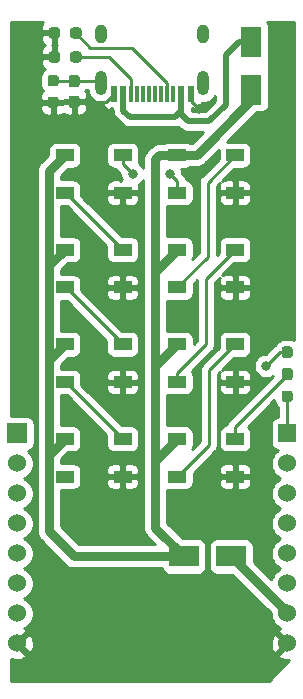
<source format=gbr>
G04 #@! TF.GenerationSoftware,KiCad,Pcbnew,(5.1.9-0-10_14)*
G04 #@! TF.CreationDate,2021-03-02T20:08:02+08:00*
G04 #@! TF.ProjectId,mikroBUS-L,6d696b72-6f42-4555-932d-4c2e6b696361,rev?*
G04 #@! TF.SameCoordinates,Original*
G04 #@! TF.FileFunction,Copper,L1,Top*
G04 #@! TF.FilePolarity,Positive*
%FSLAX46Y46*%
G04 Gerber Fmt 4.6, Leading zero omitted, Abs format (unit mm)*
G04 Created by KiCad (PCBNEW (5.1.9-0-10_14)) date 2021-03-02 20:08:02*
%MOMM*%
%LPD*%
G01*
G04 APERTURE LIST*
G04 #@! TA.AperFunction,SMDPad,CuDef*
%ADD10R,2.500000X1.800000*%
G04 #@! TD*
G04 #@! TA.AperFunction,SMDPad,CuDef*
%ADD11R,1.800000X2.500000*%
G04 #@! TD*
G04 #@! TA.AperFunction,SMDPad,CuDef*
%ADD12R,0.600000X1.450000*%
G04 #@! TD*
G04 #@! TA.AperFunction,SMDPad,CuDef*
%ADD13R,0.300000X1.450000*%
G04 #@! TD*
G04 #@! TA.AperFunction,ComponentPad*
%ADD14O,1.000000X2.100000*%
G04 #@! TD*
G04 #@! TA.AperFunction,ComponentPad*
%ADD15O,1.000000X1.600000*%
G04 #@! TD*
G04 #@! TA.AperFunction,SMDPad,CuDef*
%ADD16R,1.500000X1.000000*%
G04 #@! TD*
G04 #@! TA.AperFunction,ComponentPad*
%ADD17R,1.676400X1.676400*%
G04 #@! TD*
G04 #@! TA.AperFunction,ComponentPad*
%ADD18C,1.524000*%
G04 #@! TD*
G04 #@! TA.AperFunction,ComponentPad*
%ADD19R,1.524000X1.524000*%
G04 #@! TD*
G04 #@! TA.AperFunction,ViaPad*
%ADD20C,0.800000*%
G04 #@! TD*
G04 #@! TA.AperFunction,Conductor*
%ADD21C,0.250000*%
G04 #@! TD*
G04 #@! TA.AperFunction,Conductor*
%ADD22C,0.762000*%
G04 #@! TD*
G04 #@! TA.AperFunction,Conductor*
%ADD23C,0.508000*%
G04 #@! TD*
G04 #@! TA.AperFunction,Conductor*
%ADD24C,0.254000*%
G04 #@! TD*
G04 #@! TA.AperFunction,Conductor*
%ADD25C,0.100000*%
G04 #@! TD*
G04 APERTURE END LIST*
G04 #@! TA.AperFunction,SMDPad,CuDef*
G36*
G01*
X168672500Y-91484000D02*
X169147500Y-91484000D01*
G75*
G02*
X169385000Y-91721500I0J-237500D01*
G01*
X169385000Y-92221500D01*
G75*
G02*
X169147500Y-92459000I-237500J0D01*
G01*
X168672500Y-92459000D01*
G75*
G02*
X168435000Y-92221500I0J237500D01*
G01*
X168435000Y-91721500D01*
G75*
G02*
X168672500Y-91484000I237500J0D01*
G01*
G37*
G04 #@! TD.AperFunction*
G04 #@! TA.AperFunction,SMDPad,CuDef*
G36*
G01*
X168672500Y-89659000D02*
X169147500Y-89659000D01*
G75*
G02*
X169385000Y-89896500I0J-237500D01*
G01*
X169385000Y-90396500D01*
G75*
G02*
X169147500Y-90634000I-237500J0D01*
G01*
X168672500Y-90634000D01*
G75*
G02*
X168435000Y-90396500I0J237500D01*
G01*
X168435000Y-89896500D01*
G75*
G02*
X168672500Y-89659000I237500J0D01*
G01*
G37*
G04 #@! TD.AperFunction*
G04 #@! TA.AperFunction,SMDPad,CuDef*
G36*
G01*
X169147500Y-92539000D02*
X168672500Y-92539000D01*
G75*
G02*
X168435000Y-92301500I0J237500D01*
G01*
X168435000Y-91801500D01*
G75*
G02*
X168672500Y-91564000I237500J0D01*
G01*
X169147500Y-91564000D01*
G75*
G02*
X169385000Y-91801500I0J-237500D01*
G01*
X169385000Y-92301500D01*
G75*
G02*
X169147500Y-92539000I-237500J0D01*
G01*
G37*
G04 #@! TD.AperFunction*
G04 #@! TA.AperFunction,SMDPad,CuDef*
G36*
G01*
X169147500Y-94364000D02*
X168672500Y-94364000D01*
G75*
G02*
X168435000Y-94126500I0J237500D01*
G01*
X168435000Y-93626500D01*
G75*
G02*
X168672500Y-93389000I237500J0D01*
G01*
X169147500Y-93389000D01*
G75*
G02*
X169385000Y-93626500I0J-237500D01*
G01*
X169385000Y-94126500D01*
G75*
G02*
X169147500Y-94364000I-237500J0D01*
G01*
G37*
G04 #@! TD.AperFunction*
D10*
X164179000Y-107442000D03*
X160179000Y-107442000D03*
G04 #@! TA.AperFunction,SMDPad,CuDef*
G36*
G01*
X149689000Y-64913500D02*
X149689000Y-65388500D01*
G75*
G02*
X149451500Y-65626000I-237500J0D01*
G01*
X148951500Y-65626000D01*
G75*
G02*
X148714000Y-65388500I0J237500D01*
G01*
X148714000Y-64913500D01*
G75*
G02*
X148951500Y-64676000I237500J0D01*
G01*
X149451500Y-64676000D01*
G75*
G02*
X149689000Y-64913500I0J-237500D01*
G01*
G37*
G04 #@! TD.AperFunction*
G04 #@! TA.AperFunction,SMDPad,CuDef*
G36*
G01*
X151514000Y-64913500D02*
X151514000Y-65388500D01*
G75*
G02*
X151276500Y-65626000I-237500J0D01*
G01*
X150776500Y-65626000D01*
G75*
G02*
X150539000Y-65388500I0J237500D01*
G01*
X150539000Y-64913500D01*
G75*
G02*
X150776500Y-64676000I237500J0D01*
G01*
X151276500Y-64676000D01*
G75*
G02*
X151514000Y-64913500I0J-237500D01*
G01*
G37*
G04 #@! TD.AperFunction*
G04 #@! TA.AperFunction,SMDPad,CuDef*
G36*
G01*
X149689000Y-62881500D02*
X149689000Y-63356500D01*
G75*
G02*
X149451500Y-63594000I-237500J0D01*
G01*
X148951500Y-63594000D01*
G75*
G02*
X148714000Y-63356500I0J237500D01*
G01*
X148714000Y-62881500D01*
G75*
G02*
X148951500Y-62644000I237500J0D01*
G01*
X149451500Y-62644000D01*
G75*
G02*
X149689000Y-62881500I0J-237500D01*
G01*
G37*
G04 #@! TD.AperFunction*
G04 #@! TA.AperFunction,SMDPad,CuDef*
G36*
G01*
X151514000Y-62881500D02*
X151514000Y-63356500D01*
G75*
G02*
X151276500Y-63594000I-237500J0D01*
G01*
X150776500Y-63594000D01*
G75*
G02*
X150539000Y-63356500I0J237500D01*
G01*
X150539000Y-62881500D01*
G75*
G02*
X150776500Y-62644000I237500J0D01*
G01*
X151276500Y-62644000D01*
G75*
G02*
X151514000Y-62881500I0J-237500D01*
G01*
G37*
G04 #@! TD.AperFunction*
D11*
X165862000Y-63913000D03*
X165862000Y-67913000D03*
G04 #@! TA.AperFunction,SMDPad,CuDef*
G36*
G01*
X148860500Y-68497000D02*
X149335500Y-68497000D01*
G75*
G02*
X149573000Y-68734500I0J-237500D01*
G01*
X149573000Y-69234500D01*
G75*
G02*
X149335500Y-69472000I-237500J0D01*
G01*
X148860500Y-69472000D01*
G75*
G02*
X148623000Y-69234500I0J237500D01*
G01*
X148623000Y-68734500D01*
G75*
G02*
X148860500Y-68497000I237500J0D01*
G01*
G37*
G04 #@! TD.AperFunction*
G04 #@! TA.AperFunction,SMDPad,CuDef*
G36*
G01*
X148860500Y-66672000D02*
X149335500Y-66672000D01*
G75*
G02*
X149573000Y-66909500I0J-237500D01*
G01*
X149573000Y-67409500D01*
G75*
G02*
X149335500Y-67647000I-237500J0D01*
G01*
X148860500Y-67647000D01*
G75*
G02*
X148623000Y-67409500I0J237500D01*
G01*
X148623000Y-66909500D01*
G75*
G02*
X148860500Y-66672000I237500J0D01*
G01*
G37*
G04 #@! TD.AperFunction*
D12*
X154230000Y-68307000D03*
X155030000Y-68307000D03*
X159930000Y-68307000D03*
X160730000Y-68307000D03*
X160730000Y-68307000D03*
X159930000Y-68307000D03*
X155030000Y-68307000D03*
X154230000Y-68307000D03*
D13*
X159230000Y-68307000D03*
X158730000Y-68307000D03*
X158230000Y-68307000D03*
X157230000Y-68307000D03*
X156730000Y-68307000D03*
X156230000Y-68307000D03*
X155730000Y-68307000D03*
X157730000Y-68307000D03*
D14*
X153160000Y-67392000D03*
X161800000Y-67392000D03*
D15*
X161800000Y-63212000D03*
X153160000Y-63212000D03*
D16*
X150077000Y-97476001D03*
X150077000Y-100676001D03*
X154977000Y-97476001D03*
X154977000Y-100676001D03*
X159602000Y-73457000D03*
X159602000Y-76657000D03*
X164502000Y-73457000D03*
X164502000Y-76657000D03*
X150077000Y-89469666D03*
X150077000Y-92669666D03*
X154977000Y-89469666D03*
X154977000Y-92669666D03*
X159602000Y-81463333D03*
X159602000Y-84663333D03*
X164502000Y-81463333D03*
X164502000Y-84663333D03*
X150077000Y-81463333D03*
X150077000Y-84663333D03*
X154977000Y-81463333D03*
X154977000Y-84663333D03*
X159602000Y-89469666D03*
X159602000Y-92669666D03*
X164502000Y-89469666D03*
X164502000Y-92669666D03*
X150077000Y-73457000D03*
X150077000Y-76657000D03*
X154977000Y-73457000D03*
X154977000Y-76657000D03*
X159602000Y-97476001D03*
X159602000Y-100676001D03*
X164502000Y-97476001D03*
X164502000Y-100676001D03*
G04 #@! TA.AperFunction,SMDPad,CuDef*
G36*
G01*
X150638500Y-68422000D02*
X151113500Y-68422000D01*
G75*
G02*
X151351000Y-68659500I0J-237500D01*
G01*
X151351000Y-69234500D01*
G75*
G02*
X151113500Y-69472000I-237500J0D01*
G01*
X150638500Y-69472000D01*
G75*
G02*
X150401000Y-69234500I0J237500D01*
G01*
X150401000Y-68659500D01*
G75*
G02*
X150638500Y-68422000I237500J0D01*
G01*
G37*
G04 #@! TD.AperFunction*
G04 #@! TA.AperFunction,SMDPad,CuDef*
G36*
G01*
X150638500Y-66672000D02*
X151113500Y-66672000D01*
G75*
G02*
X151351000Y-66909500I0J-237500D01*
G01*
X151351000Y-67484500D01*
G75*
G02*
X151113500Y-67722000I-237500J0D01*
G01*
X150638500Y-67722000D01*
G75*
G02*
X150401000Y-67484500I0J237500D01*
G01*
X150401000Y-66909500D01*
G75*
G02*
X150638500Y-66672000I237500J0D01*
G01*
G37*
G04 #@! TD.AperFunction*
D17*
X146050000Y-97028000D03*
D18*
X146050000Y-99568000D03*
X146050000Y-102108000D03*
X146050000Y-104648000D03*
X146050000Y-107188000D03*
X146050000Y-109728000D03*
X146050000Y-112268000D03*
X146050000Y-114808000D03*
X168910000Y-114808000D03*
X168910000Y-112268000D03*
X168910000Y-109728000D03*
X168910000Y-107188000D03*
X168910000Y-104648000D03*
X168910000Y-102108000D03*
X168910000Y-99568000D03*
D19*
X168910000Y-97028000D03*
D20*
X160147000Y-79121000D03*
X160147000Y-86995000D03*
X161417000Y-69596000D03*
X155829000Y-75057000D03*
X159004004Y-75057000D03*
X167132000Y-91313000D03*
D21*
X153590000Y-68947000D02*
X150876000Y-68947000D01*
X154230000Y-68307000D02*
X153590000Y-68947000D01*
X160730000Y-68307000D02*
X160730000Y-68909000D01*
X160730000Y-68909000D02*
X161417000Y-69596000D01*
D22*
X168910000Y-112173000D02*
X164179000Y-107442000D01*
X168910000Y-112268000D02*
X168910000Y-112173000D01*
D21*
X149330500Y-67392000D02*
X149098000Y-67159500D01*
X150838500Y-67159500D02*
X150876000Y-67197000D01*
X149098000Y-67159500D02*
X150838500Y-67159500D01*
X152965000Y-67197000D02*
X153160000Y-67392000D01*
X150876000Y-67197000D02*
X152965000Y-67197000D01*
X168910000Y-97028000D02*
X168910000Y-93876500D01*
D22*
X157734000Y-99344001D02*
X159602000Y-97476001D01*
X157734000Y-104997000D02*
X157734000Y-99344001D01*
X160179000Y-107442000D02*
X157734000Y-104997000D01*
X157734000Y-91337666D02*
X157734000Y-99344001D01*
X159602000Y-89469666D02*
X157734000Y-91337666D01*
X157734000Y-83331333D02*
X157734000Y-91337666D01*
X159602000Y-81463333D02*
X157734000Y-83331333D01*
X157734000Y-73813000D02*
X157734000Y-83331333D01*
X158090000Y-73457000D02*
X157734000Y-73813000D01*
X159602000Y-73457000D02*
X158090000Y-73457000D01*
X148745999Y-105311999D02*
X148745999Y-98807002D01*
X148745999Y-98807002D02*
X150077000Y-97476001D01*
X150876000Y-107442000D02*
X148745999Y-105311999D01*
X160179000Y-107442000D02*
X150876000Y-107442000D01*
X148745999Y-90800667D02*
X148745999Y-98807002D01*
X150077000Y-89469666D02*
X148745999Y-90800667D01*
X148745999Y-82794334D02*
X148745999Y-90800667D01*
X150077000Y-81463333D02*
X148745999Y-82794334D01*
X148745999Y-74788001D02*
X148745999Y-82794334D01*
X150077000Y-73457000D02*
X148745999Y-74788001D01*
X161239000Y-73457000D02*
X159602000Y-73457000D01*
X165862000Y-68834000D02*
X161239000Y-73457000D01*
X165862000Y-67913000D02*
X165862000Y-68834000D01*
D23*
X159930000Y-69686000D02*
X159930000Y-68307000D01*
X159385000Y-70231000D02*
X159930000Y-69686000D01*
X155575000Y-70231000D02*
X159385000Y-70231000D01*
X155030000Y-69686000D02*
X155575000Y-70231000D01*
X155030000Y-68307000D02*
X155030000Y-69686000D01*
X164814000Y-63913000D02*
X165862000Y-63913000D01*
X163703000Y-65024000D02*
X164814000Y-63913000D01*
X163703000Y-69215000D02*
X163703000Y-65024000D01*
X160528000Y-70612000D02*
X162306000Y-70612000D01*
X159930000Y-70014000D02*
X160528000Y-70612000D01*
X162306000Y-70612000D02*
X163703000Y-69215000D01*
X159930000Y-68307000D02*
X159930000Y-70014000D01*
D21*
X162306000Y-91665666D02*
X164502000Y-89469666D01*
X162306000Y-97972001D02*
X162306000Y-91665666D01*
X159602000Y-100676001D02*
X162306000Y-97972001D01*
X150170667Y-76657000D02*
X154977000Y-81463333D01*
X150077000Y-76657000D02*
X150170667Y-76657000D01*
X154977000Y-73457000D02*
X154977000Y-74205000D01*
X154977000Y-74205000D02*
X155829000Y-75057000D01*
X159602000Y-76657000D02*
X159602000Y-75654996D01*
X159602000Y-75654996D02*
X159004004Y-75057000D01*
X162052000Y-89469666D02*
X162052000Y-83913333D01*
X162052000Y-83913333D02*
X164502000Y-81463333D01*
X159602000Y-91919666D02*
X162052000Y-89469666D01*
X159602000Y-92669666D02*
X159602000Y-91919666D01*
X150170667Y-84663333D02*
X154977000Y-89469666D01*
X150077000Y-84663333D02*
X150170667Y-84663333D01*
X162179000Y-75780000D02*
X164502000Y-73457000D01*
X162179000Y-82086333D02*
X162179000Y-75780000D01*
X159602000Y-84663333D02*
X162179000Y-82086333D01*
X150170665Y-92669666D02*
X154977000Y-97476001D01*
X150077000Y-92669666D02*
X150170665Y-92669666D01*
X155733992Y-64350990D02*
X152258490Y-64350990D01*
X158730000Y-67346998D02*
X155733992Y-64350990D01*
X152258490Y-64350990D02*
X151026500Y-63119000D01*
X158730000Y-68307000D02*
X158730000Y-67346998D01*
X153841002Y-65151000D02*
X151026500Y-65151000D01*
X155730000Y-67039998D02*
X153841002Y-65151000D01*
X155730000Y-68307000D02*
X155730000Y-67039998D01*
X168298500Y-90146500D02*
X168910000Y-90146500D01*
X167132000Y-91313000D02*
X168298500Y-90146500D01*
X164502000Y-96459500D02*
X164502000Y-97476001D01*
X168910000Y-92051500D02*
X164502000Y-96459500D01*
D24*
X148262815Y-62192815D02*
X148183463Y-62289506D01*
X148124498Y-62399820D01*
X148088188Y-62519518D01*
X148075928Y-62644000D01*
X148079000Y-62833250D01*
X148237750Y-62992000D01*
X149074500Y-62992000D01*
X149074500Y-62972000D01*
X149328500Y-62972000D01*
X149328500Y-62992000D01*
X149348500Y-62992000D01*
X149348500Y-63246000D01*
X149328500Y-63246000D01*
X149328500Y-64070250D01*
X149393250Y-64135000D01*
X149328500Y-64199750D01*
X149328500Y-65024000D01*
X149348500Y-65024000D01*
X149348500Y-65278000D01*
X149328500Y-65278000D01*
X149328500Y-65298000D01*
X149074500Y-65298000D01*
X149074500Y-65278000D01*
X148237750Y-65278000D01*
X148079000Y-65436750D01*
X148075928Y-65626000D01*
X148088188Y-65750482D01*
X148124498Y-65870180D01*
X148183463Y-65980494D01*
X148262815Y-66077185D01*
X148359506Y-66156537D01*
X148390122Y-66172902D01*
X148374058Y-66181488D01*
X148241377Y-66290377D01*
X148132488Y-66423058D01*
X148051577Y-66574433D01*
X148001752Y-66738684D01*
X147984928Y-66909500D01*
X147984928Y-67409500D01*
X148001752Y-67580316D01*
X148051577Y-67744567D01*
X148132488Y-67895942D01*
X148221812Y-68004783D01*
X148171815Y-68045815D01*
X148092463Y-68142506D01*
X148033498Y-68252820D01*
X147997188Y-68372518D01*
X147984928Y-68497000D01*
X147988000Y-68698750D01*
X148146750Y-68857500D01*
X148971000Y-68857500D01*
X148971000Y-68837500D01*
X149225000Y-68837500D01*
X149225000Y-68857500D01*
X150049250Y-68857500D01*
X150086750Y-68820000D01*
X150749000Y-68820000D01*
X150749000Y-68800000D01*
X151003000Y-68800000D01*
X151003000Y-68820000D01*
X151827250Y-68820000D01*
X151986000Y-68661250D01*
X151989072Y-68422000D01*
X151976812Y-68297518D01*
X151940502Y-68177820D01*
X151881537Y-68067506D01*
X151821901Y-67994839D01*
X151841512Y-67970942D01*
X151848964Y-67957000D01*
X152025000Y-67957000D01*
X152025000Y-67997751D01*
X152041423Y-68164498D01*
X152106324Y-68378446D01*
X152211716Y-68575623D01*
X152353551Y-68748449D01*
X152526377Y-68890284D01*
X152723553Y-68995676D01*
X152937501Y-69060577D01*
X153160000Y-69082491D01*
X153295586Y-69069137D01*
X153304188Y-69156482D01*
X153340498Y-69276180D01*
X153399463Y-69386494D01*
X153478815Y-69483185D01*
X153575506Y-69562537D01*
X153685820Y-69621502D01*
X153805518Y-69657812D01*
X153930000Y-69670072D01*
X153944250Y-69667000D01*
X154102998Y-69508252D01*
X154102998Y-69667000D01*
X154138571Y-69667000D01*
X154136700Y-69686000D01*
X154153864Y-69860274D01*
X154204698Y-70027852D01*
X154287248Y-70182291D01*
X154359351Y-70270148D01*
X154398342Y-70317659D01*
X154432260Y-70345495D01*
X154915497Y-70828731D01*
X154943341Y-70862659D01*
X155078709Y-70973753D01*
X155233149Y-71056303D01*
X155299058Y-71076296D01*
X155400724Y-71107136D01*
X155433924Y-71110406D01*
X155531333Y-71120000D01*
X155531339Y-71120000D01*
X155574999Y-71124300D01*
X155618659Y-71120000D01*
X159341340Y-71120000D01*
X159385000Y-71124300D01*
X159428660Y-71120000D01*
X159428667Y-71120000D01*
X159559274Y-71107136D01*
X159717810Y-71059046D01*
X159868505Y-71209741D01*
X159896341Y-71243659D01*
X160031709Y-71354753D01*
X160186149Y-71437303D01*
X160302892Y-71472716D01*
X160353725Y-71488136D01*
X160370325Y-71489771D01*
X160484333Y-71501000D01*
X160484340Y-71501000D01*
X160528000Y-71505300D01*
X160571660Y-71501000D01*
X161758160Y-71501000D01*
X160818160Y-72441000D01*
X160724207Y-72441000D01*
X160706494Y-72426463D01*
X160596180Y-72367498D01*
X160476482Y-72331188D01*
X160352000Y-72318928D01*
X158852000Y-72318928D01*
X158727518Y-72331188D01*
X158607820Y-72367498D01*
X158497506Y-72426463D01*
X158479793Y-72441000D01*
X158139901Y-72441000D01*
X158089999Y-72436085D01*
X157890829Y-72455702D01*
X157699313Y-72513798D01*
X157522810Y-72608140D01*
X157368104Y-72735104D01*
X157336287Y-72773873D01*
X157050873Y-73059287D01*
X157012104Y-73091104D01*
X156885140Y-73245810D01*
X156790798Y-73422314D01*
X156780276Y-73457001D01*
X156732702Y-73613830D01*
X156713085Y-73813000D01*
X156718000Y-73862902D01*
X156718000Y-74524532D01*
X156632937Y-74397226D01*
X156488774Y-74253063D01*
X156332449Y-74148610D01*
X156352812Y-74081482D01*
X156365072Y-73957000D01*
X156365072Y-72957000D01*
X156352812Y-72832518D01*
X156316502Y-72712820D01*
X156257537Y-72602506D01*
X156178185Y-72505815D01*
X156081494Y-72426463D01*
X155971180Y-72367498D01*
X155851482Y-72331188D01*
X155727000Y-72318928D01*
X154227000Y-72318928D01*
X154102518Y-72331188D01*
X153982820Y-72367498D01*
X153872506Y-72426463D01*
X153775815Y-72505815D01*
X153696463Y-72602506D01*
X153637498Y-72712820D01*
X153601188Y-72832518D01*
X153588928Y-72957000D01*
X153588928Y-73957000D01*
X153601188Y-74081482D01*
X153637498Y-74201180D01*
X153696463Y-74311494D01*
X153775815Y-74408185D01*
X153872506Y-74487537D01*
X153982820Y-74546502D01*
X154102518Y-74582812D01*
X154227000Y-74595072D01*
X154323743Y-74595072D01*
X154342026Y-74629276D01*
X154413201Y-74716002D01*
X154437000Y-74745001D01*
X154465998Y-74768799D01*
X154794000Y-75096801D01*
X154794000Y-75158939D01*
X154833774Y-75358898D01*
X154901334Y-75522000D01*
X154849998Y-75522000D01*
X154849998Y-75680748D01*
X154691250Y-75522000D01*
X154227000Y-75518928D01*
X154102518Y-75531188D01*
X153982820Y-75567498D01*
X153872506Y-75626463D01*
X153775815Y-75705815D01*
X153696463Y-75802506D01*
X153637498Y-75912820D01*
X153601188Y-76032518D01*
X153588928Y-76157000D01*
X153592000Y-76371250D01*
X153750750Y-76530000D01*
X154850000Y-76530000D01*
X154850000Y-76510000D01*
X155104000Y-76510000D01*
X155104000Y-76530000D01*
X156203250Y-76530000D01*
X156362000Y-76371250D01*
X156365072Y-76157000D01*
X156352812Y-76032518D01*
X156332449Y-75965390D01*
X156488774Y-75860937D01*
X156632937Y-75716774D01*
X156718000Y-75589468D01*
X156718001Y-83281421D01*
X156713085Y-83331333D01*
X156718000Y-83381235D01*
X156718001Y-91287754D01*
X156713085Y-91337666D01*
X156718000Y-91387568D01*
X156718001Y-99294089D01*
X156713085Y-99344001D01*
X156718001Y-99393913D01*
X156718000Y-104947098D01*
X156713085Y-104997000D01*
X156718000Y-105046901D01*
X156732702Y-105196170D01*
X156790798Y-105387686D01*
X156885140Y-105564190D01*
X157012104Y-105718896D01*
X157050872Y-105750712D01*
X157726160Y-106426000D01*
X151296841Y-106426000D01*
X149761999Y-104891159D01*
X149761999Y-101814073D01*
X150827000Y-101814073D01*
X150951482Y-101801813D01*
X151071180Y-101765503D01*
X151181494Y-101706538D01*
X151278185Y-101627186D01*
X151357537Y-101530495D01*
X151416502Y-101420181D01*
X151452812Y-101300483D01*
X151465072Y-101176001D01*
X153588928Y-101176001D01*
X153601188Y-101300483D01*
X153637498Y-101420181D01*
X153696463Y-101530495D01*
X153775815Y-101627186D01*
X153872506Y-101706538D01*
X153982820Y-101765503D01*
X154102518Y-101801813D01*
X154227000Y-101814073D01*
X154691250Y-101811001D01*
X154850000Y-101652251D01*
X154850000Y-100803001D01*
X155104000Y-100803001D01*
X155104000Y-101652251D01*
X155262750Y-101811001D01*
X155727000Y-101814073D01*
X155851482Y-101801813D01*
X155971180Y-101765503D01*
X156081494Y-101706538D01*
X156178185Y-101627186D01*
X156257537Y-101530495D01*
X156316502Y-101420181D01*
X156352812Y-101300483D01*
X156365072Y-101176001D01*
X156362000Y-100961751D01*
X156203250Y-100803001D01*
X155104000Y-100803001D01*
X154850000Y-100803001D01*
X153750750Y-100803001D01*
X153592000Y-100961751D01*
X153588928Y-101176001D01*
X151465072Y-101176001D01*
X151465072Y-100176001D01*
X153588928Y-100176001D01*
X153592000Y-100390251D01*
X153750750Y-100549001D01*
X154850000Y-100549001D01*
X154850000Y-99699751D01*
X155104000Y-99699751D01*
X155104000Y-100549001D01*
X156203250Y-100549001D01*
X156362000Y-100390251D01*
X156365072Y-100176001D01*
X156352812Y-100051519D01*
X156316502Y-99931821D01*
X156257537Y-99821507D01*
X156178185Y-99724816D01*
X156081494Y-99645464D01*
X155971180Y-99586499D01*
X155851482Y-99550189D01*
X155727000Y-99537929D01*
X155262750Y-99541001D01*
X155104000Y-99699751D01*
X154850000Y-99699751D01*
X154691250Y-99541001D01*
X154227000Y-99537929D01*
X154102518Y-99550189D01*
X153982820Y-99586499D01*
X153872506Y-99645464D01*
X153775815Y-99724816D01*
X153696463Y-99821507D01*
X153637498Y-99931821D01*
X153601188Y-100051519D01*
X153588928Y-100176001D01*
X151465072Y-100176001D01*
X151452812Y-100051519D01*
X151416502Y-99931821D01*
X151357537Y-99821507D01*
X151278185Y-99724816D01*
X151181494Y-99645464D01*
X151071180Y-99586499D01*
X150951482Y-99550189D01*
X150827000Y-99537929D01*
X149761999Y-99537929D01*
X149761999Y-99227842D01*
X150375769Y-98614073D01*
X150827000Y-98614073D01*
X150951482Y-98601813D01*
X151071180Y-98565503D01*
X151181494Y-98506538D01*
X151278185Y-98427186D01*
X151357537Y-98330495D01*
X151416502Y-98220181D01*
X151452812Y-98100483D01*
X151465072Y-97976001D01*
X151465072Y-96976001D01*
X151452812Y-96851519D01*
X151416502Y-96731821D01*
X151357537Y-96621507D01*
X151278185Y-96524816D01*
X151181494Y-96445464D01*
X151071180Y-96386499D01*
X150951482Y-96350189D01*
X150827000Y-96337929D01*
X149761999Y-96337929D01*
X149761999Y-93807738D01*
X150233936Y-93807738D01*
X153588928Y-97162731D01*
X153588928Y-97976001D01*
X153601188Y-98100483D01*
X153637498Y-98220181D01*
X153696463Y-98330495D01*
X153775815Y-98427186D01*
X153872506Y-98506538D01*
X153982820Y-98565503D01*
X154102518Y-98601813D01*
X154227000Y-98614073D01*
X155727000Y-98614073D01*
X155851482Y-98601813D01*
X155971180Y-98565503D01*
X156081494Y-98506538D01*
X156178185Y-98427186D01*
X156257537Y-98330495D01*
X156316502Y-98220181D01*
X156352812Y-98100483D01*
X156365072Y-97976001D01*
X156365072Y-96976001D01*
X156352812Y-96851519D01*
X156316502Y-96731821D01*
X156257537Y-96621507D01*
X156178185Y-96524816D01*
X156081494Y-96445464D01*
X155971180Y-96386499D01*
X155851482Y-96350189D01*
X155727000Y-96337929D01*
X154913730Y-96337929D01*
X151745467Y-93169666D01*
X153588928Y-93169666D01*
X153601188Y-93294148D01*
X153637498Y-93413846D01*
X153696463Y-93524160D01*
X153775815Y-93620851D01*
X153872506Y-93700203D01*
X153982820Y-93759168D01*
X154102518Y-93795478D01*
X154227000Y-93807738D01*
X154691250Y-93804666D01*
X154850000Y-93645916D01*
X154850000Y-92796666D01*
X155104000Y-92796666D01*
X155104000Y-93645916D01*
X155262750Y-93804666D01*
X155727000Y-93807738D01*
X155851482Y-93795478D01*
X155971180Y-93759168D01*
X156081494Y-93700203D01*
X156178185Y-93620851D01*
X156257537Y-93524160D01*
X156316502Y-93413846D01*
X156352812Y-93294148D01*
X156365072Y-93169666D01*
X156362000Y-92955416D01*
X156203250Y-92796666D01*
X155104000Y-92796666D01*
X154850000Y-92796666D01*
X153750750Y-92796666D01*
X153592000Y-92955416D01*
X153588928Y-93169666D01*
X151745467Y-93169666D01*
X151465072Y-92889272D01*
X151465072Y-92169666D01*
X153588928Y-92169666D01*
X153592000Y-92383916D01*
X153750750Y-92542666D01*
X154850000Y-92542666D01*
X154850000Y-91693416D01*
X155104000Y-91693416D01*
X155104000Y-92542666D01*
X156203250Y-92542666D01*
X156362000Y-92383916D01*
X156365072Y-92169666D01*
X156352812Y-92045184D01*
X156316502Y-91925486D01*
X156257537Y-91815172D01*
X156178185Y-91718481D01*
X156081494Y-91639129D01*
X155971180Y-91580164D01*
X155851482Y-91543854D01*
X155727000Y-91531594D01*
X155262750Y-91534666D01*
X155104000Y-91693416D01*
X154850000Y-91693416D01*
X154691250Y-91534666D01*
X154227000Y-91531594D01*
X154102518Y-91543854D01*
X153982820Y-91580164D01*
X153872506Y-91639129D01*
X153775815Y-91718481D01*
X153696463Y-91815172D01*
X153637498Y-91925486D01*
X153601188Y-92045184D01*
X153588928Y-92169666D01*
X151465072Y-92169666D01*
X151452812Y-92045184D01*
X151416502Y-91925486D01*
X151357537Y-91815172D01*
X151278185Y-91718481D01*
X151181494Y-91639129D01*
X151071180Y-91580164D01*
X150951482Y-91543854D01*
X150827000Y-91531594D01*
X149761999Y-91531594D01*
X149761999Y-91221507D01*
X150375769Y-90607738D01*
X150827000Y-90607738D01*
X150951482Y-90595478D01*
X151071180Y-90559168D01*
X151181494Y-90500203D01*
X151278185Y-90420851D01*
X151357537Y-90324160D01*
X151416502Y-90213846D01*
X151452812Y-90094148D01*
X151465072Y-89969666D01*
X151465072Y-88969666D01*
X151452812Y-88845184D01*
X151416502Y-88725486D01*
X151357537Y-88615172D01*
X151278185Y-88518481D01*
X151181494Y-88439129D01*
X151071180Y-88380164D01*
X150951482Y-88343854D01*
X150827000Y-88331594D01*
X149761999Y-88331594D01*
X149761999Y-85801405D01*
X150233938Y-85801405D01*
X153588928Y-89156396D01*
X153588928Y-89969666D01*
X153601188Y-90094148D01*
X153637498Y-90213846D01*
X153696463Y-90324160D01*
X153775815Y-90420851D01*
X153872506Y-90500203D01*
X153982820Y-90559168D01*
X154102518Y-90595478D01*
X154227000Y-90607738D01*
X155727000Y-90607738D01*
X155851482Y-90595478D01*
X155971180Y-90559168D01*
X156081494Y-90500203D01*
X156178185Y-90420851D01*
X156257537Y-90324160D01*
X156316502Y-90213846D01*
X156352812Y-90094148D01*
X156365072Y-89969666D01*
X156365072Y-88969666D01*
X156352812Y-88845184D01*
X156316502Y-88725486D01*
X156257537Y-88615172D01*
X156178185Y-88518481D01*
X156081494Y-88439129D01*
X155971180Y-88380164D01*
X155851482Y-88343854D01*
X155727000Y-88331594D01*
X154913730Y-88331594D01*
X151745469Y-85163333D01*
X153588928Y-85163333D01*
X153601188Y-85287815D01*
X153637498Y-85407513D01*
X153696463Y-85517827D01*
X153775815Y-85614518D01*
X153872506Y-85693870D01*
X153982820Y-85752835D01*
X154102518Y-85789145D01*
X154227000Y-85801405D01*
X154691250Y-85798333D01*
X154850000Y-85639583D01*
X154850000Y-84790333D01*
X155104000Y-84790333D01*
X155104000Y-85639583D01*
X155262750Y-85798333D01*
X155727000Y-85801405D01*
X155851482Y-85789145D01*
X155971180Y-85752835D01*
X156081494Y-85693870D01*
X156178185Y-85614518D01*
X156257537Y-85517827D01*
X156316502Y-85407513D01*
X156352812Y-85287815D01*
X156365072Y-85163333D01*
X156362000Y-84949083D01*
X156203250Y-84790333D01*
X155104000Y-84790333D01*
X154850000Y-84790333D01*
X153750750Y-84790333D01*
X153592000Y-84949083D01*
X153588928Y-85163333D01*
X151745469Y-85163333D01*
X151465072Y-84882937D01*
X151465072Y-84163333D01*
X153588928Y-84163333D01*
X153592000Y-84377583D01*
X153750750Y-84536333D01*
X154850000Y-84536333D01*
X154850000Y-83687083D01*
X155104000Y-83687083D01*
X155104000Y-84536333D01*
X156203250Y-84536333D01*
X156362000Y-84377583D01*
X156365072Y-84163333D01*
X156352812Y-84038851D01*
X156316502Y-83919153D01*
X156257537Y-83808839D01*
X156178185Y-83712148D01*
X156081494Y-83632796D01*
X155971180Y-83573831D01*
X155851482Y-83537521D01*
X155727000Y-83525261D01*
X155262750Y-83528333D01*
X155104000Y-83687083D01*
X154850000Y-83687083D01*
X154691250Y-83528333D01*
X154227000Y-83525261D01*
X154102518Y-83537521D01*
X153982820Y-83573831D01*
X153872506Y-83632796D01*
X153775815Y-83712148D01*
X153696463Y-83808839D01*
X153637498Y-83919153D01*
X153601188Y-84038851D01*
X153588928Y-84163333D01*
X151465072Y-84163333D01*
X151452812Y-84038851D01*
X151416502Y-83919153D01*
X151357537Y-83808839D01*
X151278185Y-83712148D01*
X151181494Y-83632796D01*
X151071180Y-83573831D01*
X150951482Y-83537521D01*
X150827000Y-83525261D01*
X149761999Y-83525261D01*
X149761999Y-83215174D01*
X150375769Y-82601405D01*
X150827000Y-82601405D01*
X150951482Y-82589145D01*
X151071180Y-82552835D01*
X151181494Y-82493870D01*
X151278185Y-82414518D01*
X151357537Y-82317827D01*
X151416502Y-82207513D01*
X151452812Y-82087815D01*
X151465072Y-81963333D01*
X151465072Y-80963333D01*
X151452812Y-80838851D01*
X151416502Y-80719153D01*
X151357537Y-80608839D01*
X151278185Y-80512148D01*
X151181494Y-80432796D01*
X151071180Y-80373831D01*
X150951482Y-80337521D01*
X150827000Y-80325261D01*
X149761999Y-80325261D01*
X149761999Y-77795072D01*
X150233938Y-77795072D01*
X153588928Y-81150063D01*
X153588928Y-81963333D01*
X153601188Y-82087815D01*
X153637498Y-82207513D01*
X153696463Y-82317827D01*
X153775815Y-82414518D01*
X153872506Y-82493870D01*
X153982820Y-82552835D01*
X154102518Y-82589145D01*
X154227000Y-82601405D01*
X155727000Y-82601405D01*
X155851482Y-82589145D01*
X155971180Y-82552835D01*
X156081494Y-82493870D01*
X156178185Y-82414518D01*
X156257537Y-82317827D01*
X156316502Y-82207513D01*
X156352812Y-82087815D01*
X156365072Y-81963333D01*
X156365072Y-80963333D01*
X156352812Y-80838851D01*
X156316502Y-80719153D01*
X156257537Y-80608839D01*
X156178185Y-80512148D01*
X156081494Y-80432796D01*
X155971180Y-80373831D01*
X155851482Y-80337521D01*
X155727000Y-80325261D01*
X154913730Y-80325261D01*
X151745469Y-77157000D01*
X153588928Y-77157000D01*
X153601188Y-77281482D01*
X153637498Y-77401180D01*
X153696463Y-77511494D01*
X153775815Y-77608185D01*
X153872506Y-77687537D01*
X153982820Y-77746502D01*
X154102518Y-77782812D01*
X154227000Y-77795072D01*
X154691250Y-77792000D01*
X154850000Y-77633250D01*
X154850000Y-76784000D01*
X155104000Y-76784000D01*
X155104000Y-77633250D01*
X155262750Y-77792000D01*
X155727000Y-77795072D01*
X155851482Y-77782812D01*
X155971180Y-77746502D01*
X156081494Y-77687537D01*
X156178185Y-77608185D01*
X156257537Y-77511494D01*
X156316502Y-77401180D01*
X156352812Y-77281482D01*
X156365072Y-77157000D01*
X156362000Y-76942750D01*
X156203250Y-76784000D01*
X155104000Y-76784000D01*
X154850000Y-76784000D01*
X153750750Y-76784000D01*
X153592000Y-76942750D01*
X153588928Y-77157000D01*
X151745469Y-77157000D01*
X151465072Y-76876604D01*
X151465072Y-76157000D01*
X151452812Y-76032518D01*
X151416502Y-75912820D01*
X151357537Y-75802506D01*
X151278185Y-75705815D01*
X151181494Y-75626463D01*
X151071180Y-75567498D01*
X150951482Y-75531188D01*
X150827000Y-75518928D01*
X149761999Y-75518928D01*
X149761999Y-75208841D01*
X150375769Y-74595072D01*
X150827000Y-74595072D01*
X150951482Y-74582812D01*
X151071180Y-74546502D01*
X151181494Y-74487537D01*
X151278185Y-74408185D01*
X151357537Y-74311494D01*
X151416502Y-74201180D01*
X151452812Y-74081482D01*
X151465072Y-73957000D01*
X151465072Y-72957000D01*
X151452812Y-72832518D01*
X151416502Y-72712820D01*
X151357537Y-72602506D01*
X151278185Y-72505815D01*
X151181494Y-72426463D01*
X151071180Y-72367498D01*
X150951482Y-72331188D01*
X150827000Y-72318928D01*
X149327000Y-72318928D01*
X149202518Y-72331188D01*
X149082820Y-72367498D01*
X148972506Y-72426463D01*
X148875815Y-72505815D01*
X148796463Y-72602506D01*
X148737498Y-72712820D01*
X148701188Y-72832518D01*
X148688928Y-72957000D01*
X148688928Y-73408232D01*
X148062871Y-74034289D01*
X148024103Y-74066105D01*
X147897139Y-74220811D01*
X147802797Y-74397315D01*
X147751413Y-74566706D01*
X147744701Y-74588831D01*
X147725084Y-74788001D01*
X147729999Y-74837903D01*
X147730000Y-82744422D01*
X147725084Y-82794334D01*
X147729999Y-82844236D01*
X147730000Y-90750755D01*
X147725084Y-90800667D01*
X147729999Y-90850569D01*
X147730000Y-98757090D01*
X147725084Y-98807002D01*
X147730000Y-98856914D01*
X147729999Y-105262097D01*
X147725084Y-105311999D01*
X147729999Y-105361900D01*
X147744701Y-105511169D01*
X147802797Y-105702685D01*
X147897139Y-105879189D01*
X148024103Y-106033895D01*
X148062871Y-106065711D01*
X150122292Y-108125133D01*
X150154104Y-108163896D01*
X150308810Y-108290860D01*
X150485313Y-108385202D01*
X150676829Y-108443298D01*
X150826098Y-108458000D01*
X150826105Y-108458000D01*
X150875999Y-108462914D01*
X150925893Y-108458000D01*
X158302353Y-108458000D01*
X158303188Y-108466482D01*
X158339498Y-108586180D01*
X158398463Y-108696494D01*
X158477815Y-108793185D01*
X158574506Y-108872537D01*
X158684820Y-108931502D01*
X158804518Y-108967812D01*
X158929000Y-108980072D01*
X161429000Y-108980072D01*
X161553482Y-108967812D01*
X161673180Y-108931502D01*
X161783494Y-108872537D01*
X161880185Y-108793185D01*
X161959537Y-108696494D01*
X162018502Y-108586180D01*
X162054812Y-108466482D01*
X162067072Y-108342000D01*
X162067072Y-106542000D01*
X162054812Y-106417518D01*
X162018502Y-106297820D01*
X161959537Y-106187506D01*
X161880185Y-106090815D01*
X161783494Y-106011463D01*
X161673180Y-105952498D01*
X161553482Y-105916188D01*
X161429000Y-105903928D01*
X160077769Y-105903928D01*
X158750000Y-104576160D01*
X158750000Y-101804027D01*
X158852000Y-101814073D01*
X160352000Y-101814073D01*
X160476482Y-101801813D01*
X160596180Y-101765503D01*
X160706494Y-101706538D01*
X160803185Y-101627186D01*
X160882537Y-101530495D01*
X160941502Y-101420181D01*
X160977812Y-101300483D01*
X160990072Y-101176001D01*
X163113928Y-101176001D01*
X163126188Y-101300483D01*
X163162498Y-101420181D01*
X163221463Y-101530495D01*
X163300815Y-101627186D01*
X163397506Y-101706538D01*
X163507820Y-101765503D01*
X163627518Y-101801813D01*
X163752000Y-101814073D01*
X164216250Y-101811001D01*
X164375000Y-101652251D01*
X164375000Y-100803001D01*
X164629000Y-100803001D01*
X164629000Y-101652251D01*
X164787750Y-101811001D01*
X165252000Y-101814073D01*
X165376482Y-101801813D01*
X165496180Y-101765503D01*
X165606494Y-101706538D01*
X165703185Y-101627186D01*
X165782537Y-101530495D01*
X165841502Y-101420181D01*
X165877812Y-101300483D01*
X165890072Y-101176001D01*
X165887000Y-100961751D01*
X165728250Y-100803001D01*
X164629000Y-100803001D01*
X164375000Y-100803001D01*
X163275750Y-100803001D01*
X163117000Y-100961751D01*
X163113928Y-101176001D01*
X160990072Y-101176001D01*
X160990072Y-100362731D01*
X161176802Y-100176001D01*
X163113928Y-100176001D01*
X163117000Y-100390251D01*
X163275750Y-100549001D01*
X164375000Y-100549001D01*
X164375000Y-99699751D01*
X164629000Y-99699751D01*
X164629000Y-100549001D01*
X165728250Y-100549001D01*
X165887000Y-100390251D01*
X165890072Y-100176001D01*
X165877812Y-100051519D01*
X165841502Y-99931821D01*
X165782537Y-99821507D01*
X165703185Y-99724816D01*
X165606494Y-99645464D01*
X165496180Y-99586499D01*
X165376482Y-99550189D01*
X165252000Y-99537929D01*
X164787750Y-99541001D01*
X164629000Y-99699751D01*
X164375000Y-99699751D01*
X164216250Y-99541001D01*
X163752000Y-99537929D01*
X163627518Y-99550189D01*
X163507820Y-99586499D01*
X163397506Y-99645464D01*
X163300815Y-99724816D01*
X163221463Y-99821507D01*
X163162498Y-99931821D01*
X163126188Y-100051519D01*
X163113928Y-100176001D01*
X161176802Y-100176001D01*
X162817009Y-98535795D01*
X162846001Y-98512002D01*
X162869795Y-98483009D01*
X162869799Y-98483005D01*
X162940973Y-98396278D01*
X162940974Y-98396277D01*
X163011546Y-98264248D01*
X163055003Y-98120987D01*
X163066000Y-98009334D01*
X163066000Y-98009325D01*
X163069676Y-97972002D01*
X163066000Y-97934679D01*
X163066000Y-93169666D01*
X163113928Y-93169666D01*
X163126188Y-93294148D01*
X163162498Y-93413846D01*
X163221463Y-93524160D01*
X163300815Y-93620851D01*
X163397506Y-93700203D01*
X163507820Y-93759168D01*
X163627518Y-93795478D01*
X163752000Y-93807738D01*
X164216250Y-93804666D01*
X164375000Y-93645916D01*
X164375000Y-92796666D01*
X164629000Y-92796666D01*
X164629000Y-93645916D01*
X164787750Y-93804666D01*
X165252000Y-93807738D01*
X165376482Y-93795478D01*
X165496180Y-93759168D01*
X165606494Y-93700203D01*
X165703185Y-93620851D01*
X165782537Y-93524160D01*
X165841502Y-93413846D01*
X165877812Y-93294148D01*
X165890072Y-93169666D01*
X165887000Y-92955416D01*
X165728250Y-92796666D01*
X164629000Y-92796666D01*
X164375000Y-92796666D01*
X163275750Y-92796666D01*
X163117000Y-92955416D01*
X163113928Y-93169666D01*
X163066000Y-93169666D01*
X163066000Y-91980467D01*
X163210173Y-91836295D01*
X163162498Y-91925486D01*
X163126188Y-92045184D01*
X163113928Y-92169666D01*
X163117000Y-92383916D01*
X163275750Y-92542666D01*
X164375000Y-92542666D01*
X164375000Y-91693416D01*
X164629000Y-91693416D01*
X164629000Y-92542666D01*
X165728250Y-92542666D01*
X165887000Y-92383916D01*
X165890072Y-92169666D01*
X165877812Y-92045184D01*
X165841502Y-91925486D01*
X165782537Y-91815172D01*
X165703185Y-91718481D01*
X165606494Y-91639129D01*
X165496180Y-91580164D01*
X165376482Y-91543854D01*
X165252000Y-91531594D01*
X164787750Y-91534666D01*
X164629000Y-91693416D01*
X164375000Y-91693416D01*
X164216250Y-91534666D01*
X163752000Y-91531594D01*
X163627518Y-91543854D01*
X163507820Y-91580164D01*
X163418629Y-91627838D01*
X164438730Y-90607738D01*
X165252000Y-90607738D01*
X165376482Y-90595478D01*
X165496180Y-90559168D01*
X165606494Y-90500203D01*
X165703185Y-90420851D01*
X165782537Y-90324160D01*
X165841502Y-90213846D01*
X165877812Y-90094148D01*
X165890072Y-89969666D01*
X165890072Y-88969666D01*
X165877812Y-88845184D01*
X165841502Y-88725486D01*
X165782537Y-88615172D01*
X165703185Y-88518481D01*
X165606494Y-88439129D01*
X165496180Y-88380164D01*
X165376482Y-88343854D01*
X165252000Y-88331594D01*
X163752000Y-88331594D01*
X163627518Y-88343854D01*
X163507820Y-88380164D01*
X163397506Y-88439129D01*
X163300815Y-88518481D01*
X163221463Y-88615172D01*
X163162498Y-88725486D01*
X163126188Y-88845184D01*
X163113928Y-88969666D01*
X163113928Y-89782936D01*
X161794998Y-91101867D01*
X161766000Y-91125665D01*
X161742202Y-91154663D01*
X161742201Y-91154664D01*
X161671026Y-91241390D01*
X161600454Y-91373420D01*
X161573589Y-91461985D01*
X161558570Y-91511500D01*
X161556998Y-91516681D01*
X161542324Y-91665666D01*
X161546001Y-91702998D01*
X161546000Y-97657198D01*
X160893829Y-98309370D01*
X160941502Y-98220181D01*
X160977812Y-98100483D01*
X160990072Y-97976001D01*
X160990072Y-96976001D01*
X160977812Y-96851519D01*
X160941502Y-96731821D01*
X160882537Y-96621507D01*
X160803185Y-96524816D01*
X160706494Y-96445464D01*
X160596180Y-96386499D01*
X160476482Y-96350189D01*
X160352000Y-96337929D01*
X158852000Y-96337929D01*
X158750000Y-96347975D01*
X158750000Y-93797692D01*
X158852000Y-93807738D01*
X160352000Y-93807738D01*
X160476482Y-93795478D01*
X160596180Y-93759168D01*
X160706494Y-93700203D01*
X160803185Y-93620851D01*
X160882537Y-93524160D01*
X160941502Y-93413846D01*
X160977812Y-93294148D01*
X160990072Y-93169666D01*
X160990072Y-92169666D01*
X160977812Y-92045184D01*
X160941502Y-91925486D01*
X160882537Y-91815172D01*
X160836902Y-91759565D01*
X162563004Y-90033464D01*
X162592001Y-90009667D01*
X162686974Y-89893942D01*
X162757546Y-89761913D01*
X162801003Y-89618652D01*
X162812000Y-89506999D01*
X162812000Y-89506990D01*
X162815676Y-89469667D01*
X162812000Y-89432344D01*
X162812000Y-85163333D01*
X163113928Y-85163333D01*
X163126188Y-85287815D01*
X163162498Y-85407513D01*
X163221463Y-85517827D01*
X163300815Y-85614518D01*
X163397506Y-85693870D01*
X163507820Y-85752835D01*
X163627518Y-85789145D01*
X163752000Y-85801405D01*
X164216250Y-85798333D01*
X164375000Y-85639583D01*
X164375000Y-84790333D01*
X164629000Y-84790333D01*
X164629000Y-85639583D01*
X164787750Y-85798333D01*
X165252000Y-85801405D01*
X165376482Y-85789145D01*
X165496180Y-85752835D01*
X165606494Y-85693870D01*
X165703185Y-85614518D01*
X165782537Y-85517827D01*
X165841502Y-85407513D01*
X165877812Y-85287815D01*
X165890072Y-85163333D01*
X165887000Y-84949083D01*
X165728250Y-84790333D01*
X164629000Y-84790333D01*
X164375000Y-84790333D01*
X163275750Y-84790333D01*
X163117000Y-84949083D01*
X163113928Y-85163333D01*
X162812000Y-85163333D01*
X162812000Y-84228134D01*
X163210172Y-83829962D01*
X163162498Y-83919153D01*
X163126188Y-84038851D01*
X163113928Y-84163333D01*
X163117000Y-84377583D01*
X163275750Y-84536333D01*
X164375000Y-84536333D01*
X164375000Y-83687083D01*
X164629000Y-83687083D01*
X164629000Y-84536333D01*
X165728250Y-84536333D01*
X165887000Y-84377583D01*
X165890072Y-84163333D01*
X165877812Y-84038851D01*
X165841502Y-83919153D01*
X165782537Y-83808839D01*
X165703185Y-83712148D01*
X165606494Y-83632796D01*
X165496180Y-83573831D01*
X165376482Y-83537521D01*
X165252000Y-83525261D01*
X164787750Y-83528333D01*
X164629000Y-83687083D01*
X164375000Y-83687083D01*
X164216250Y-83528333D01*
X163752000Y-83525261D01*
X163627518Y-83537521D01*
X163507820Y-83573831D01*
X163418629Y-83621505D01*
X164438730Y-82601405D01*
X165252000Y-82601405D01*
X165376482Y-82589145D01*
X165496180Y-82552835D01*
X165606494Y-82493870D01*
X165703185Y-82414518D01*
X165782537Y-82317827D01*
X165841502Y-82207513D01*
X165877812Y-82087815D01*
X165890072Y-81963333D01*
X165890072Y-80963333D01*
X165877812Y-80838851D01*
X165841502Y-80719153D01*
X165782537Y-80608839D01*
X165703185Y-80512148D01*
X165606494Y-80432796D01*
X165496180Y-80373831D01*
X165376482Y-80337521D01*
X165252000Y-80325261D01*
X163752000Y-80325261D01*
X163627518Y-80337521D01*
X163507820Y-80373831D01*
X163397506Y-80432796D01*
X163300815Y-80512148D01*
X163221463Y-80608839D01*
X163162498Y-80719153D01*
X163126188Y-80838851D01*
X163113928Y-80963333D01*
X163113928Y-81776603D01*
X162939000Y-81951531D01*
X162939000Y-77157000D01*
X163113928Y-77157000D01*
X163126188Y-77281482D01*
X163162498Y-77401180D01*
X163221463Y-77511494D01*
X163300815Y-77608185D01*
X163397506Y-77687537D01*
X163507820Y-77746502D01*
X163627518Y-77782812D01*
X163752000Y-77795072D01*
X164216250Y-77792000D01*
X164375000Y-77633250D01*
X164375000Y-76784000D01*
X164629000Y-76784000D01*
X164629000Y-77633250D01*
X164787750Y-77792000D01*
X165252000Y-77795072D01*
X165376482Y-77782812D01*
X165496180Y-77746502D01*
X165606494Y-77687537D01*
X165703185Y-77608185D01*
X165782537Y-77511494D01*
X165841502Y-77401180D01*
X165877812Y-77281482D01*
X165890072Y-77157000D01*
X165887000Y-76942750D01*
X165728250Y-76784000D01*
X164629000Y-76784000D01*
X164375000Y-76784000D01*
X163275750Y-76784000D01*
X163117000Y-76942750D01*
X163113928Y-77157000D01*
X162939000Y-77157000D01*
X162939000Y-76094801D01*
X163210172Y-75823629D01*
X163162498Y-75912820D01*
X163126188Y-76032518D01*
X163113928Y-76157000D01*
X163117000Y-76371250D01*
X163275750Y-76530000D01*
X164375000Y-76530000D01*
X164375000Y-75680750D01*
X164629000Y-75680750D01*
X164629000Y-76530000D01*
X165728250Y-76530000D01*
X165887000Y-76371250D01*
X165890072Y-76157000D01*
X165877812Y-76032518D01*
X165841502Y-75912820D01*
X165782537Y-75802506D01*
X165703185Y-75705815D01*
X165606494Y-75626463D01*
X165496180Y-75567498D01*
X165376482Y-75531188D01*
X165252000Y-75518928D01*
X164787750Y-75522000D01*
X164629000Y-75680750D01*
X164375000Y-75680750D01*
X164216250Y-75522000D01*
X163752000Y-75518928D01*
X163627518Y-75531188D01*
X163507820Y-75567498D01*
X163418629Y-75615172D01*
X164438730Y-74595072D01*
X165252000Y-74595072D01*
X165376482Y-74582812D01*
X165496180Y-74546502D01*
X165606494Y-74487537D01*
X165703185Y-74408185D01*
X165782537Y-74311494D01*
X165841502Y-74201180D01*
X165877812Y-74081482D01*
X165890072Y-73957000D01*
X165890072Y-72957000D01*
X165877812Y-72832518D01*
X165841502Y-72712820D01*
X165782537Y-72602506D01*
X165703185Y-72505815D01*
X165606494Y-72426463D01*
X165496180Y-72367498D01*
X165376482Y-72331188D01*
X165252000Y-72318928D01*
X163813912Y-72318928D01*
X166331769Y-69801072D01*
X166762000Y-69801072D01*
X166886482Y-69788812D01*
X167006180Y-69752502D01*
X167116494Y-69693537D01*
X167213185Y-69614185D01*
X167292537Y-69517494D01*
X167351502Y-69407180D01*
X167387812Y-69287482D01*
X167400072Y-69163000D01*
X167400072Y-66663000D01*
X167387812Y-66538518D01*
X167386000Y-66532545D01*
X167386000Y-65293455D01*
X167387812Y-65287482D01*
X167400072Y-65163000D01*
X167400072Y-62663000D01*
X167387812Y-62538518D01*
X167351502Y-62418820D01*
X167292537Y-62308506D01*
X167213185Y-62211815D01*
X167171981Y-62178000D01*
X169470001Y-62178000D01*
X169470000Y-89083765D01*
X169318316Y-89037752D01*
X169147500Y-89020928D01*
X168672500Y-89020928D01*
X168501684Y-89037752D01*
X168337433Y-89087577D01*
X168186058Y-89168488D01*
X168053377Y-89277377D01*
X167944488Y-89410058D01*
X167896664Y-89499531D01*
X167874223Y-89511526D01*
X167813412Y-89561433D01*
X167758499Y-89606499D01*
X167734701Y-89635497D01*
X167092199Y-90278000D01*
X167030061Y-90278000D01*
X166830102Y-90317774D01*
X166641744Y-90395795D01*
X166472226Y-90509063D01*
X166328063Y-90653226D01*
X166214795Y-90822744D01*
X166136774Y-91011102D01*
X166097000Y-91211061D01*
X166097000Y-91414939D01*
X166136774Y-91614898D01*
X166214795Y-91803256D01*
X166328063Y-91972774D01*
X166472226Y-92116937D01*
X166641744Y-92230205D01*
X166830102Y-92308226D01*
X167030061Y-92348000D01*
X167233939Y-92348000D01*
X167433898Y-92308226D01*
X167622256Y-92230205D01*
X167725432Y-92161265D01*
X163991003Y-95895696D01*
X163961999Y-95919499D01*
X163906871Y-95986674D01*
X163867026Y-96035224D01*
X163810210Y-96141518D01*
X163796454Y-96167254D01*
X163752997Y-96310515D01*
X163750280Y-96338098D01*
X163627518Y-96350189D01*
X163507820Y-96386499D01*
X163397506Y-96445464D01*
X163300815Y-96524816D01*
X163221463Y-96621507D01*
X163162498Y-96731821D01*
X163126188Y-96851519D01*
X163113928Y-96976001D01*
X163113928Y-97976001D01*
X163126188Y-98100483D01*
X163162498Y-98220181D01*
X163221463Y-98330495D01*
X163300815Y-98427186D01*
X163397506Y-98506538D01*
X163507820Y-98565503D01*
X163627518Y-98601813D01*
X163752000Y-98614073D01*
X165252000Y-98614073D01*
X165376482Y-98601813D01*
X165496180Y-98565503D01*
X165606494Y-98506538D01*
X165703185Y-98427186D01*
X165782537Y-98330495D01*
X165841502Y-98220181D01*
X165877812Y-98100483D01*
X165890072Y-97976001D01*
X165890072Y-96976001D01*
X165877812Y-96851519D01*
X165841502Y-96731821D01*
X165782537Y-96621507D01*
X165703185Y-96524816D01*
X165606494Y-96445464D01*
X165596291Y-96440010D01*
X167807048Y-94229254D01*
X167813752Y-94297316D01*
X167863577Y-94461567D01*
X167944488Y-94612942D01*
X168053377Y-94745623D01*
X168150001Y-94824920D01*
X168150000Y-95627928D01*
X168148000Y-95627928D01*
X168023518Y-95640188D01*
X167903820Y-95676498D01*
X167793506Y-95735463D01*
X167696815Y-95814815D01*
X167617463Y-95911506D01*
X167558498Y-96021820D01*
X167522188Y-96141518D01*
X167509928Y-96266000D01*
X167509928Y-97790000D01*
X167522188Y-97914482D01*
X167558498Y-98034180D01*
X167617463Y-98144494D01*
X167696815Y-98241185D01*
X167793506Y-98320537D01*
X167903820Y-98379502D01*
X168023518Y-98415812D01*
X168107465Y-98424080D01*
X168019465Y-98482880D01*
X167824880Y-98677465D01*
X167671995Y-98906273D01*
X167566686Y-99160510D01*
X167513000Y-99430408D01*
X167513000Y-99705592D01*
X167566686Y-99975490D01*
X167671995Y-100229727D01*
X167824880Y-100458535D01*
X168019465Y-100653120D01*
X168248273Y-100806005D01*
X168325515Y-100838000D01*
X168248273Y-100869995D01*
X168019465Y-101022880D01*
X167824880Y-101217465D01*
X167671995Y-101446273D01*
X167566686Y-101700510D01*
X167513000Y-101970408D01*
X167513000Y-102245592D01*
X167566686Y-102515490D01*
X167671995Y-102769727D01*
X167824880Y-102998535D01*
X168019465Y-103193120D01*
X168248273Y-103346005D01*
X168325515Y-103378000D01*
X168248273Y-103409995D01*
X168019465Y-103562880D01*
X167824880Y-103757465D01*
X167671995Y-103986273D01*
X167566686Y-104240510D01*
X167513000Y-104510408D01*
X167513000Y-104785592D01*
X167566686Y-105055490D01*
X167671995Y-105309727D01*
X167824880Y-105538535D01*
X168019465Y-105733120D01*
X168248273Y-105886005D01*
X168325515Y-105918000D01*
X168248273Y-105949995D01*
X168019465Y-106102880D01*
X167824880Y-106297465D01*
X167671995Y-106526273D01*
X167566686Y-106780510D01*
X167513000Y-107050408D01*
X167513000Y-107325592D01*
X167566686Y-107595490D01*
X167671995Y-107849727D01*
X167824880Y-108078535D01*
X168019465Y-108273120D01*
X168248273Y-108426005D01*
X168325515Y-108458000D01*
X168248273Y-108489995D01*
X168019465Y-108642880D01*
X167824880Y-108837465D01*
X167671995Y-109066273D01*
X167566686Y-109320510D01*
X167554685Y-109380844D01*
X166067072Y-107893232D01*
X166067072Y-106542000D01*
X166054812Y-106417518D01*
X166018502Y-106297820D01*
X165959537Y-106187506D01*
X165880185Y-106090815D01*
X165783494Y-106011463D01*
X165673180Y-105952498D01*
X165553482Y-105916188D01*
X165429000Y-105903928D01*
X162929000Y-105903928D01*
X162804518Y-105916188D01*
X162684820Y-105952498D01*
X162574506Y-106011463D01*
X162477815Y-106090815D01*
X162398463Y-106187506D01*
X162339498Y-106297820D01*
X162303188Y-106417518D01*
X162290928Y-106542000D01*
X162290928Y-108342000D01*
X162303188Y-108466482D01*
X162339498Y-108586180D01*
X162398463Y-108696494D01*
X162477815Y-108793185D01*
X162574506Y-108872537D01*
X162684820Y-108931502D01*
X162804518Y-108967812D01*
X162929000Y-108980072D01*
X164280232Y-108980072D01*
X167513000Y-112212841D01*
X167513000Y-112405592D01*
X167566686Y-112675490D01*
X167671995Y-112929727D01*
X167824880Y-113158535D01*
X168019465Y-113353120D01*
X168248273Y-113506005D01*
X168319943Y-113535692D01*
X168306977Y-113540364D01*
X168191020Y-113602344D01*
X168124040Y-113842435D01*
X168910000Y-114628395D01*
X168924143Y-114614253D01*
X169103748Y-114793858D01*
X169089605Y-114808000D01*
X169103748Y-114822143D01*
X168924143Y-115001748D01*
X168910000Y-114987605D01*
X168124040Y-115773565D01*
X168191020Y-116013656D01*
X168440048Y-116130756D01*
X168707135Y-116197023D01*
X168982017Y-116209910D01*
X169072714Y-116196249D01*
X167340762Y-117971500D01*
X145490000Y-117971500D01*
X145490000Y-116088413D01*
X145580048Y-116130756D01*
X145847135Y-116197023D01*
X146122017Y-116209910D01*
X146394133Y-116168922D01*
X146653023Y-116075636D01*
X146768980Y-116013656D01*
X146835960Y-115773565D01*
X146050000Y-114987605D01*
X146035858Y-115001748D01*
X145856253Y-114822143D01*
X145870395Y-114808000D01*
X146229605Y-114808000D01*
X147015565Y-115593960D01*
X147255656Y-115526980D01*
X147372756Y-115277952D01*
X147439023Y-115010865D01*
X147445157Y-114880017D01*
X167508090Y-114880017D01*
X167549078Y-115152133D01*
X167642364Y-115411023D01*
X167704344Y-115526980D01*
X167944435Y-115593960D01*
X168730395Y-114808000D01*
X167944435Y-114022040D01*
X167704344Y-114089020D01*
X167587244Y-114338048D01*
X167520977Y-114605135D01*
X167508090Y-114880017D01*
X147445157Y-114880017D01*
X147451910Y-114735983D01*
X147410922Y-114463867D01*
X147317636Y-114204977D01*
X147255656Y-114089020D01*
X147015565Y-114022040D01*
X146229605Y-114808000D01*
X145870395Y-114808000D01*
X145856253Y-114793858D01*
X146035858Y-114614253D01*
X146050000Y-114628395D01*
X146835960Y-113842435D01*
X146768980Y-113602344D01*
X146633240Y-113538515D01*
X146711727Y-113506005D01*
X146940535Y-113353120D01*
X147135120Y-113158535D01*
X147288005Y-112929727D01*
X147393314Y-112675490D01*
X147447000Y-112405592D01*
X147447000Y-112130408D01*
X147393314Y-111860510D01*
X147288005Y-111606273D01*
X147135120Y-111377465D01*
X146940535Y-111182880D01*
X146711727Y-111029995D01*
X146634485Y-110998000D01*
X146711727Y-110966005D01*
X146940535Y-110813120D01*
X147135120Y-110618535D01*
X147288005Y-110389727D01*
X147393314Y-110135490D01*
X147447000Y-109865592D01*
X147447000Y-109590408D01*
X147393314Y-109320510D01*
X147288005Y-109066273D01*
X147135120Y-108837465D01*
X146940535Y-108642880D01*
X146711727Y-108489995D01*
X146634485Y-108458000D01*
X146711727Y-108426005D01*
X146940535Y-108273120D01*
X147135120Y-108078535D01*
X147288005Y-107849727D01*
X147393314Y-107595490D01*
X147447000Y-107325592D01*
X147447000Y-107050408D01*
X147393314Y-106780510D01*
X147288005Y-106526273D01*
X147135120Y-106297465D01*
X146940535Y-106102880D01*
X146711727Y-105949995D01*
X146634485Y-105918000D01*
X146711727Y-105886005D01*
X146940535Y-105733120D01*
X147135120Y-105538535D01*
X147288005Y-105309727D01*
X147393314Y-105055490D01*
X147447000Y-104785592D01*
X147447000Y-104510408D01*
X147393314Y-104240510D01*
X147288005Y-103986273D01*
X147135120Y-103757465D01*
X146940535Y-103562880D01*
X146711727Y-103409995D01*
X146634485Y-103378000D01*
X146711727Y-103346005D01*
X146940535Y-103193120D01*
X147135120Y-102998535D01*
X147288005Y-102769727D01*
X147393314Y-102515490D01*
X147447000Y-102245592D01*
X147447000Y-101970408D01*
X147393314Y-101700510D01*
X147288005Y-101446273D01*
X147135120Y-101217465D01*
X146940535Y-101022880D01*
X146711727Y-100869995D01*
X146634485Y-100838000D01*
X146711727Y-100806005D01*
X146940535Y-100653120D01*
X147135120Y-100458535D01*
X147288005Y-100229727D01*
X147393314Y-99975490D01*
X147447000Y-99705592D01*
X147447000Y-99430408D01*
X147393314Y-99160510D01*
X147288005Y-98906273D01*
X147135120Y-98677465D01*
X146955317Y-98497662D01*
X147012682Y-98492012D01*
X147132380Y-98455702D01*
X147242694Y-98396737D01*
X147339385Y-98317385D01*
X147418737Y-98220694D01*
X147477702Y-98110380D01*
X147514012Y-97990682D01*
X147526272Y-97866200D01*
X147526272Y-96189800D01*
X147514012Y-96065318D01*
X147477702Y-95945620D01*
X147418737Y-95835306D01*
X147339385Y-95738615D01*
X147242694Y-95659263D01*
X147132380Y-95600298D01*
X147012682Y-95563988D01*
X146888200Y-95551728D01*
X145490000Y-95551728D01*
X145490000Y-69472000D01*
X147984928Y-69472000D01*
X147997188Y-69596482D01*
X148033498Y-69716180D01*
X148092463Y-69826494D01*
X148171815Y-69923185D01*
X148268506Y-70002537D01*
X148378820Y-70061502D01*
X148498518Y-70097812D01*
X148623000Y-70110072D01*
X148812250Y-70107000D01*
X148971000Y-69948250D01*
X148971000Y-69111500D01*
X149225000Y-69111500D01*
X149225000Y-69948250D01*
X149383750Y-70107000D01*
X149573000Y-70110072D01*
X149697482Y-70097812D01*
X149817180Y-70061502D01*
X149927494Y-70002537D01*
X149987000Y-69953702D01*
X150046506Y-70002537D01*
X150156820Y-70061502D01*
X150276518Y-70097812D01*
X150401000Y-70110072D01*
X150590250Y-70107000D01*
X150749000Y-69948250D01*
X150749000Y-69074000D01*
X151003000Y-69074000D01*
X151003000Y-69948250D01*
X151161750Y-70107000D01*
X151351000Y-70110072D01*
X151475482Y-70097812D01*
X151595180Y-70061502D01*
X151705494Y-70002537D01*
X151802185Y-69923185D01*
X151881537Y-69826494D01*
X151940502Y-69716180D01*
X151976812Y-69596482D01*
X151989072Y-69472000D01*
X151986000Y-69232750D01*
X151827250Y-69074000D01*
X151003000Y-69074000D01*
X150749000Y-69074000D01*
X149924750Y-69074000D01*
X149887250Y-69111500D01*
X149225000Y-69111500D01*
X148971000Y-69111500D01*
X148146750Y-69111500D01*
X147988000Y-69270250D01*
X147984928Y-69472000D01*
X145490000Y-69472000D01*
X145490000Y-63594000D01*
X148075928Y-63594000D01*
X148088188Y-63718482D01*
X148124498Y-63838180D01*
X148183463Y-63948494D01*
X148262815Y-64045185D01*
X148359506Y-64124537D01*
X148379081Y-64135000D01*
X148359506Y-64145463D01*
X148262815Y-64224815D01*
X148183463Y-64321506D01*
X148124498Y-64431820D01*
X148088188Y-64551518D01*
X148075928Y-64676000D01*
X148079000Y-64865250D01*
X148237750Y-65024000D01*
X149074500Y-65024000D01*
X149074500Y-64199750D01*
X149009750Y-64135000D01*
X149074500Y-64070250D01*
X149074500Y-63246000D01*
X148237750Y-63246000D01*
X148079000Y-63404750D01*
X148075928Y-63594000D01*
X145490000Y-63594000D01*
X145490000Y-62178000D01*
X148280867Y-62178000D01*
X148262815Y-62192815D01*
G04 #@! TA.AperFunction,Conductor*
D25*
G36*
X148262815Y-62192815D02*
G01*
X148183463Y-62289506D01*
X148124498Y-62399820D01*
X148088188Y-62519518D01*
X148075928Y-62644000D01*
X148079000Y-62833250D01*
X148237750Y-62992000D01*
X149074500Y-62992000D01*
X149074500Y-62972000D01*
X149328500Y-62972000D01*
X149328500Y-62992000D01*
X149348500Y-62992000D01*
X149348500Y-63246000D01*
X149328500Y-63246000D01*
X149328500Y-64070250D01*
X149393250Y-64135000D01*
X149328500Y-64199750D01*
X149328500Y-65024000D01*
X149348500Y-65024000D01*
X149348500Y-65278000D01*
X149328500Y-65278000D01*
X149328500Y-65298000D01*
X149074500Y-65298000D01*
X149074500Y-65278000D01*
X148237750Y-65278000D01*
X148079000Y-65436750D01*
X148075928Y-65626000D01*
X148088188Y-65750482D01*
X148124498Y-65870180D01*
X148183463Y-65980494D01*
X148262815Y-66077185D01*
X148359506Y-66156537D01*
X148390122Y-66172902D01*
X148374058Y-66181488D01*
X148241377Y-66290377D01*
X148132488Y-66423058D01*
X148051577Y-66574433D01*
X148001752Y-66738684D01*
X147984928Y-66909500D01*
X147984928Y-67409500D01*
X148001752Y-67580316D01*
X148051577Y-67744567D01*
X148132488Y-67895942D01*
X148221812Y-68004783D01*
X148171815Y-68045815D01*
X148092463Y-68142506D01*
X148033498Y-68252820D01*
X147997188Y-68372518D01*
X147984928Y-68497000D01*
X147988000Y-68698750D01*
X148146750Y-68857500D01*
X148971000Y-68857500D01*
X148971000Y-68837500D01*
X149225000Y-68837500D01*
X149225000Y-68857500D01*
X150049250Y-68857500D01*
X150086750Y-68820000D01*
X150749000Y-68820000D01*
X150749000Y-68800000D01*
X151003000Y-68800000D01*
X151003000Y-68820000D01*
X151827250Y-68820000D01*
X151986000Y-68661250D01*
X151989072Y-68422000D01*
X151976812Y-68297518D01*
X151940502Y-68177820D01*
X151881537Y-68067506D01*
X151821901Y-67994839D01*
X151841512Y-67970942D01*
X151848964Y-67957000D01*
X152025000Y-67957000D01*
X152025000Y-67997751D01*
X152041423Y-68164498D01*
X152106324Y-68378446D01*
X152211716Y-68575623D01*
X152353551Y-68748449D01*
X152526377Y-68890284D01*
X152723553Y-68995676D01*
X152937501Y-69060577D01*
X153160000Y-69082491D01*
X153295586Y-69069137D01*
X153304188Y-69156482D01*
X153340498Y-69276180D01*
X153399463Y-69386494D01*
X153478815Y-69483185D01*
X153575506Y-69562537D01*
X153685820Y-69621502D01*
X153805518Y-69657812D01*
X153930000Y-69670072D01*
X153944250Y-69667000D01*
X154102998Y-69508252D01*
X154102998Y-69667000D01*
X154138571Y-69667000D01*
X154136700Y-69686000D01*
X154153864Y-69860274D01*
X154204698Y-70027852D01*
X154287248Y-70182291D01*
X154359351Y-70270148D01*
X154398342Y-70317659D01*
X154432260Y-70345495D01*
X154915497Y-70828731D01*
X154943341Y-70862659D01*
X155078709Y-70973753D01*
X155233149Y-71056303D01*
X155299058Y-71076296D01*
X155400724Y-71107136D01*
X155433924Y-71110406D01*
X155531333Y-71120000D01*
X155531339Y-71120000D01*
X155574999Y-71124300D01*
X155618659Y-71120000D01*
X159341340Y-71120000D01*
X159385000Y-71124300D01*
X159428660Y-71120000D01*
X159428667Y-71120000D01*
X159559274Y-71107136D01*
X159717810Y-71059046D01*
X159868505Y-71209741D01*
X159896341Y-71243659D01*
X160031709Y-71354753D01*
X160186149Y-71437303D01*
X160302892Y-71472716D01*
X160353725Y-71488136D01*
X160370325Y-71489771D01*
X160484333Y-71501000D01*
X160484340Y-71501000D01*
X160528000Y-71505300D01*
X160571660Y-71501000D01*
X161758160Y-71501000D01*
X160818160Y-72441000D01*
X160724207Y-72441000D01*
X160706494Y-72426463D01*
X160596180Y-72367498D01*
X160476482Y-72331188D01*
X160352000Y-72318928D01*
X158852000Y-72318928D01*
X158727518Y-72331188D01*
X158607820Y-72367498D01*
X158497506Y-72426463D01*
X158479793Y-72441000D01*
X158139901Y-72441000D01*
X158089999Y-72436085D01*
X157890829Y-72455702D01*
X157699313Y-72513798D01*
X157522810Y-72608140D01*
X157368104Y-72735104D01*
X157336287Y-72773873D01*
X157050873Y-73059287D01*
X157012104Y-73091104D01*
X156885140Y-73245810D01*
X156790798Y-73422314D01*
X156780276Y-73457001D01*
X156732702Y-73613830D01*
X156713085Y-73813000D01*
X156718000Y-73862902D01*
X156718000Y-74524532D01*
X156632937Y-74397226D01*
X156488774Y-74253063D01*
X156332449Y-74148610D01*
X156352812Y-74081482D01*
X156365072Y-73957000D01*
X156365072Y-72957000D01*
X156352812Y-72832518D01*
X156316502Y-72712820D01*
X156257537Y-72602506D01*
X156178185Y-72505815D01*
X156081494Y-72426463D01*
X155971180Y-72367498D01*
X155851482Y-72331188D01*
X155727000Y-72318928D01*
X154227000Y-72318928D01*
X154102518Y-72331188D01*
X153982820Y-72367498D01*
X153872506Y-72426463D01*
X153775815Y-72505815D01*
X153696463Y-72602506D01*
X153637498Y-72712820D01*
X153601188Y-72832518D01*
X153588928Y-72957000D01*
X153588928Y-73957000D01*
X153601188Y-74081482D01*
X153637498Y-74201180D01*
X153696463Y-74311494D01*
X153775815Y-74408185D01*
X153872506Y-74487537D01*
X153982820Y-74546502D01*
X154102518Y-74582812D01*
X154227000Y-74595072D01*
X154323743Y-74595072D01*
X154342026Y-74629276D01*
X154413201Y-74716002D01*
X154437000Y-74745001D01*
X154465998Y-74768799D01*
X154794000Y-75096801D01*
X154794000Y-75158939D01*
X154833774Y-75358898D01*
X154901334Y-75522000D01*
X154849998Y-75522000D01*
X154849998Y-75680748D01*
X154691250Y-75522000D01*
X154227000Y-75518928D01*
X154102518Y-75531188D01*
X153982820Y-75567498D01*
X153872506Y-75626463D01*
X153775815Y-75705815D01*
X153696463Y-75802506D01*
X153637498Y-75912820D01*
X153601188Y-76032518D01*
X153588928Y-76157000D01*
X153592000Y-76371250D01*
X153750750Y-76530000D01*
X154850000Y-76530000D01*
X154850000Y-76510000D01*
X155104000Y-76510000D01*
X155104000Y-76530000D01*
X156203250Y-76530000D01*
X156362000Y-76371250D01*
X156365072Y-76157000D01*
X156352812Y-76032518D01*
X156332449Y-75965390D01*
X156488774Y-75860937D01*
X156632937Y-75716774D01*
X156718000Y-75589468D01*
X156718001Y-83281421D01*
X156713085Y-83331333D01*
X156718000Y-83381235D01*
X156718001Y-91287754D01*
X156713085Y-91337666D01*
X156718000Y-91387568D01*
X156718001Y-99294089D01*
X156713085Y-99344001D01*
X156718001Y-99393913D01*
X156718000Y-104947098D01*
X156713085Y-104997000D01*
X156718000Y-105046901D01*
X156732702Y-105196170D01*
X156790798Y-105387686D01*
X156885140Y-105564190D01*
X157012104Y-105718896D01*
X157050872Y-105750712D01*
X157726160Y-106426000D01*
X151296841Y-106426000D01*
X149761999Y-104891159D01*
X149761999Y-101814073D01*
X150827000Y-101814073D01*
X150951482Y-101801813D01*
X151071180Y-101765503D01*
X151181494Y-101706538D01*
X151278185Y-101627186D01*
X151357537Y-101530495D01*
X151416502Y-101420181D01*
X151452812Y-101300483D01*
X151465072Y-101176001D01*
X153588928Y-101176001D01*
X153601188Y-101300483D01*
X153637498Y-101420181D01*
X153696463Y-101530495D01*
X153775815Y-101627186D01*
X153872506Y-101706538D01*
X153982820Y-101765503D01*
X154102518Y-101801813D01*
X154227000Y-101814073D01*
X154691250Y-101811001D01*
X154850000Y-101652251D01*
X154850000Y-100803001D01*
X155104000Y-100803001D01*
X155104000Y-101652251D01*
X155262750Y-101811001D01*
X155727000Y-101814073D01*
X155851482Y-101801813D01*
X155971180Y-101765503D01*
X156081494Y-101706538D01*
X156178185Y-101627186D01*
X156257537Y-101530495D01*
X156316502Y-101420181D01*
X156352812Y-101300483D01*
X156365072Y-101176001D01*
X156362000Y-100961751D01*
X156203250Y-100803001D01*
X155104000Y-100803001D01*
X154850000Y-100803001D01*
X153750750Y-100803001D01*
X153592000Y-100961751D01*
X153588928Y-101176001D01*
X151465072Y-101176001D01*
X151465072Y-100176001D01*
X153588928Y-100176001D01*
X153592000Y-100390251D01*
X153750750Y-100549001D01*
X154850000Y-100549001D01*
X154850000Y-99699751D01*
X155104000Y-99699751D01*
X155104000Y-100549001D01*
X156203250Y-100549001D01*
X156362000Y-100390251D01*
X156365072Y-100176001D01*
X156352812Y-100051519D01*
X156316502Y-99931821D01*
X156257537Y-99821507D01*
X156178185Y-99724816D01*
X156081494Y-99645464D01*
X155971180Y-99586499D01*
X155851482Y-99550189D01*
X155727000Y-99537929D01*
X155262750Y-99541001D01*
X155104000Y-99699751D01*
X154850000Y-99699751D01*
X154691250Y-99541001D01*
X154227000Y-99537929D01*
X154102518Y-99550189D01*
X153982820Y-99586499D01*
X153872506Y-99645464D01*
X153775815Y-99724816D01*
X153696463Y-99821507D01*
X153637498Y-99931821D01*
X153601188Y-100051519D01*
X153588928Y-100176001D01*
X151465072Y-100176001D01*
X151452812Y-100051519D01*
X151416502Y-99931821D01*
X151357537Y-99821507D01*
X151278185Y-99724816D01*
X151181494Y-99645464D01*
X151071180Y-99586499D01*
X150951482Y-99550189D01*
X150827000Y-99537929D01*
X149761999Y-99537929D01*
X149761999Y-99227842D01*
X150375769Y-98614073D01*
X150827000Y-98614073D01*
X150951482Y-98601813D01*
X151071180Y-98565503D01*
X151181494Y-98506538D01*
X151278185Y-98427186D01*
X151357537Y-98330495D01*
X151416502Y-98220181D01*
X151452812Y-98100483D01*
X151465072Y-97976001D01*
X151465072Y-96976001D01*
X151452812Y-96851519D01*
X151416502Y-96731821D01*
X151357537Y-96621507D01*
X151278185Y-96524816D01*
X151181494Y-96445464D01*
X151071180Y-96386499D01*
X150951482Y-96350189D01*
X150827000Y-96337929D01*
X149761999Y-96337929D01*
X149761999Y-93807738D01*
X150233936Y-93807738D01*
X153588928Y-97162731D01*
X153588928Y-97976001D01*
X153601188Y-98100483D01*
X153637498Y-98220181D01*
X153696463Y-98330495D01*
X153775815Y-98427186D01*
X153872506Y-98506538D01*
X153982820Y-98565503D01*
X154102518Y-98601813D01*
X154227000Y-98614073D01*
X155727000Y-98614073D01*
X155851482Y-98601813D01*
X155971180Y-98565503D01*
X156081494Y-98506538D01*
X156178185Y-98427186D01*
X156257537Y-98330495D01*
X156316502Y-98220181D01*
X156352812Y-98100483D01*
X156365072Y-97976001D01*
X156365072Y-96976001D01*
X156352812Y-96851519D01*
X156316502Y-96731821D01*
X156257537Y-96621507D01*
X156178185Y-96524816D01*
X156081494Y-96445464D01*
X155971180Y-96386499D01*
X155851482Y-96350189D01*
X155727000Y-96337929D01*
X154913730Y-96337929D01*
X151745467Y-93169666D01*
X153588928Y-93169666D01*
X153601188Y-93294148D01*
X153637498Y-93413846D01*
X153696463Y-93524160D01*
X153775815Y-93620851D01*
X153872506Y-93700203D01*
X153982820Y-93759168D01*
X154102518Y-93795478D01*
X154227000Y-93807738D01*
X154691250Y-93804666D01*
X154850000Y-93645916D01*
X154850000Y-92796666D01*
X155104000Y-92796666D01*
X155104000Y-93645916D01*
X155262750Y-93804666D01*
X155727000Y-93807738D01*
X155851482Y-93795478D01*
X155971180Y-93759168D01*
X156081494Y-93700203D01*
X156178185Y-93620851D01*
X156257537Y-93524160D01*
X156316502Y-93413846D01*
X156352812Y-93294148D01*
X156365072Y-93169666D01*
X156362000Y-92955416D01*
X156203250Y-92796666D01*
X155104000Y-92796666D01*
X154850000Y-92796666D01*
X153750750Y-92796666D01*
X153592000Y-92955416D01*
X153588928Y-93169666D01*
X151745467Y-93169666D01*
X151465072Y-92889272D01*
X151465072Y-92169666D01*
X153588928Y-92169666D01*
X153592000Y-92383916D01*
X153750750Y-92542666D01*
X154850000Y-92542666D01*
X154850000Y-91693416D01*
X155104000Y-91693416D01*
X155104000Y-92542666D01*
X156203250Y-92542666D01*
X156362000Y-92383916D01*
X156365072Y-92169666D01*
X156352812Y-92045184D01*
X156316502Y-91925486D01*
X156257537Y-91815172D01*
X156178185Y-91718481D01*
X156081494Y-91639129D01*
X155971180Y-91580164D01*
X155851482Y-91543854D01*
X155727000Y-91531594D01*
X155262750Y-91534666D01*
X155104000Y-91693416D01*
X154850000Y-91693416D01*
X154691250Y-91534666D01*
X154227000Y-91531594D01*
X154102518Y-91543854D01*
X153982820Y-91580164D01*
X153872506Y-91639129D01*
X153775815Y-91718481D01*
X153696463Y-91815172D01*
X153637498Y-91925486D01*
X153601188Y-92045184D01*
X153588928Y-92169666D01*
X151465072Y-92169666D01*
X151452812Y-92045184D01*
X151416502Y-91925486D01*
X151357537Y-91815172D01*
X151278185Y-91718481D01*
X151181494Y-91639129D01*
X151071180Y-91580164D01*
X150951482Y-91543854D01*
X150827000Y-91531594D01*
X149761999Y-91531594D01*
X149761999Y-91221507D01*
X150375769Y-90607738D01*
X150827000Y-90607738D01*
X150951482Y-90595478D01*
X151071180Y-90559168D01*
X151181494Y-90500203D01*
X151278185Y-90420851D01*
X151357537Y-90324160D01*
X151416502Y-90213846D01*
X151452812Y-90094148D01*
X151465072Y-89969666D01*
X151465072Y-88969666D01*
X151452812Y-88845184D01*
X151416502Y-88725486D01*
X151357537Y-88615172D01*
X151278185Y-88518481D01*
X151181494Y-88439129D01*
X151071180Y-88380164D01*
X150951482Y-88343854D01*
X150827000Y-88331594D01*
X149761999Y-88331594D01*
X149761999Y-85801405D01*
X150233938Y-85801405D01*
X153588928Y-89156396D01*
X153588928Y-89969666D01*
X153601188Y-90094148D01*
X153637498Y-90213846D01*
X153696463Y-90324160D01*
X153775815Y-90420851D01*
X153872506Y-90500203D01*
X153982820Y-90559168D01*
X154102518Y-90595478D01*
X154227000Y-90607738D01*
X155727000Y-90607738D01*
X155851482Y-90595478D01*
X155971180Y-90559168D01*
X156081494Y-90500203D01*
X156178185Y-90420851D01*
X156257537Y-90324160D01*
X156316502Y-90213846D01*
X156352812Y-90094148D01*
X156365072Y-89969666D01*
X156365072Y-88969666D01*
X156352812Y-88845184D01*
X156316502Y-88725486D01*
X156257537Y-88615172D01*
X156178185Y-88518481D01*
X156081494Y-88439129D01*
X155971180Y-88380164D01*
X155851482Y-88343854D01*
X155727000Y-88331594D01*
X154913730Y-88331594D01*
X151745469Y-85163333D01*
X153588928Y-85163333D01*
X153601188Y-85287815D01*
X153637498Y-85407513D01*
X153696463Y-85517827D01*
X153775815Y-85614518D01*
X153872506Y-85693870D01*
X153982820Y-85752835D01*
X154102518Y-85789145D01*
X154227000Y-85801405D01*
X154691250Y-85798333D01*
X154850000Y-85639583D01*
X154850000Y-84790333D01*
X155104000Y-84790333D01*
X155104000Y-85639583D01*
X155262750Y-85798333D01*
X155727000Y-85801405D01*
X155851482Y-85789145D01*
X155971180Y-85752835D01*
X156081494Y-85693870D01*
X156178185Y-85614518D01*
X156257537Y-85517827D01*
X156316502Y-85407513D01*
X156352812Y-85287815D01*
X156365072Y-85163333D01*
X156362000Y-84949083D01*
X156203250Y-84790333D01*
X155104000Y-84790333D01*
X154850000Y-84790333D01*
X153750750Y-84790333D01*
X153592000Y-84949083D01*
X153588928Y-85163333D01*
X151745469Y-85163333D01*
X151465072Y-84882937D01*
X151465072Y-84163333D01*
X153588928Y-84163333D01*
X153592000Y-84377583D01*
X153750750Y-84536333D01*
X154850000Y-84536333D01*
X154850000Y-83687083D01*
X155104000Y-83687083D01*
X155104000Y-84536333D01*
X156203250Y-84536333D01*
X156362000Y-84377583D01*
X156365072Y-84163333D01*
X156352812Y-84038851D01*
X156316502Y-83919153D01*
X156257537Y-83808839D01*
X156178185Y-83712148D01*
X156081494Y-83632796D01*
X155971180Y-83573831D01*
X155851482Y-83537521D01*
X155727000Y-83525261D01*
X155262750Y-83528333D01*
X155104000Y-83687083D01*
X154850000Y-83687083D01*
X154691250Y-83528333D01*
X154227000Y-83525261D01*
X154102518Y-83537521D01*
X153982820Y-83573831D01*
X153872506Y-83632796D01*
X153775815Y-83712148D01*
X153696463Y-83808839D01*
X153637498Y-83919153D01*
X153601188Y-84038851D01*
X153588928Y-84163333D01*
X151465072Y-84163333D01*
X151452812Y-84038851D01*
X151416502Y-83919153D01*
X151357537Y-83808839D01*
X151278185Y-83712148D01*
X151181494Y-83632796D01*
X151071180Y-83573831D01*
X150951482Y-83537521D01*
X150827000Y-83525261D01*
X149761999Y-83525261D01*
X149761999Y-83215174D01*
X150375769Y-82601405D01*
X150827000Y-82601405D01*
X150951482Y-82589145D01*
X151071180Y-82552835D01*
X151181494Y-82493870D01*
X151278185Y-82414518D01*
X151357537Y-82317827D01*
X151416502Y-82207513D01*
X151452812Y-82087815D01*
X151465072Y-81963333D01*
X151465072Y-80963333D01*
X151452812Y-80838851D01*
X151416502Y-80719153D01*
X151357537Y-80608839D01*
X151278185Y-80512148D01*
X151181494Y-80432796D01*
X151071180Y-80373831D01*
X150951482Y-80337521D01*
X150827000Y-80325261D01*
X149761999Y-80325261D01*
X149761999Y-77795072D01*
X150233938Y-77795072D01*
X153588928Y-81150063D01*
X153588928Y-81963333D01*
X153601188Y-82087815D01*
X153637498Y-82207513D01*
X153696463Y-82317827D01*
X153775815Y-82414518D01*
X153872506Y-82493870D01*
X153982820Y-82552835D01*
X154102518Y-82589145D01*
X154227000Y-82601405D01*
X155727000Y-82601405D01*
X155851482Y-82589145D01*
X155971180Y-82552835D01*
X156081494Y-82493870D01*
X156178185Y-82414518D01*
X156257537Y-82317827D01*
X156316502Y-82207513D01*
X156352812Y-82087815D01*
X156365072Y-81963333D01*
X156365072Y-80963333D01*
X156352812Y-80838851D01*
X156316502Y-80719153D01*
X156257537Y-80608839D01*
X156178185Y-80512148D01*
X156081494Y-80432796D01*
X155971180Y-80373831D01*
X155851482Y-80337521D01*
X155727000Y-80325261D01*
X154913730Y-80325261D01*
X151745469Y-77157000D01*
X153588928Y-77157000D01*
X153601188Y-77281482D01*
X153637498Y-77401180D01*
X153696463Y-77511494D01*
X153775815Y-77608185D01*
X153872506Y-77687537D01*
X153982820Y-77746502D01*
X154102518Y-77782812D01*
X154227000Y-77795072D01*
X154691250Y-77792000D01*
X154850000Y-77633250D01*
X154850000Y-76784000D01*
X155104000Y-76784000D01*
X155104000Y-77633250D01*
X155262750Y-77792000D01*
X155727000Y-77795072D01*
X155851482Y-77782812D01*
X155971180Y-77746502D01*
X156081494Y-77687537D01*
X156178185Y-77608185D01*
X156257537Y-77511494D01*
X156316502Y-77401180D01*
X156352812Y-77281482D01*
X156365072Y-77157000D01*
X156362000Y-76942750D01*
X156203250Y-76784000D01*
X155104000Y-76784000D01*
X154850000Y-76784000D01*
X153750750Y-76784000D01*
X153592000Y-76942750D01*
X153588928Y-77157000D01*
X151745469Y-77157000D01*
X151465072Y-76876604D01*
X151465072Y-76157000D01*
X151452812Y-76032518D01*
X151416502Y-75912820D01*
X151357537Y-75802506D01*
X151278185Y-75705815D01*
X151181494Y-75626463D01*
X151071180Y-75567498D01*
X150951482Y-75531188D01*
X150827000Y-75518928D01*
X149761999Y-75518928D01*
X149761999Y-75208841D01*
X150375769Y-74595072D01*
X150827000Y-74595072D01*
X150951482Y-74582812D01*
X151071180Y-74546502D01*
X151181494Y-74487537D01*
X151278185Y-74408185D01*
X151357537Y-74311494D01*
X151416502Y-74201180D01*
X151452812Y-74081482D01*
X151465072Y-73957000D01*
X151465072Y-72957000D01*
X151452812Y-72832518D01*
X151416502Y-72712820D01*
X151357537Y-72602506D01*
X151278185Y-72505815D01*
X151181494Y-72426463D01*
X151071180Y-72367498D01*
X150951482Y-72331188D01*
X150827000Y-72318928D01*
X149327000Y-72318928D01*
X149202518Y-72331188D01*
X149082820Y-72367498D01*
X148972506Y-72426463D01*
X148875815Y-72505815D01*
X148796463Y-72602506D01*
X148737498Y-72712820D01*
X148701188Y-72832518D01*
X148688928Y-72957000D01*
X148688928Y-73408232D01*
X148062871Y-74034289D01*
X148024103Y-74066105D01*
X147897139Y-74220811D01*
X147802797Y-74397315D01*
X147751413Y-74566706D01*
X147744701Y-74588831D01*
X147725084Y-74788001D01*
X147729999Y-74837903D01*
X147730000Y-82744422D01*
X147725084Y-82794334D01*
X147729999Y-82844236D01*
X147730000Y-90750755D01*
X147725084Y-90800667D01*
X147729999Y-90850569D01*
X147730000Y-98757090D01*
X147725084Y-98807002D01*
X147730000Y-98856914D01*
X147729999Y-105262097D01*
X147725084Y-105311999D01*
X147729999Y-105361900D01*
X147744701Y-105511169D01*
X147802797Y-105702685D01*
X147897139Y-105879189D01*
X148024103Y-106033895D01*
X148062871Y-106065711D01*
X150122292Y-108125133D01*
X150154104Y-108163896D01*
X150308810Y-108290860D01*
X150485313Y-108385202D01*
X150676829Y-108443298D01*
X150826098Y-108458000D01*
X150826105Y-108458000D01*
X150875999Y-108462914D01*
X150925893Y-108458000D01*
X158302353Y-108458000D01*
X158303188Y-108466482D01*
X158339498Y-108586180D01*
X158398463Y-108696494D01*
X158477815Y-108793185D01*
X158574506Y-108872537D01*
X158684820Y-108931502D01*
X158804518Y-108967812D01*
X158929000Y-108980072D01*
X161429000Y-108980072D01*
X161553482Y-108967812D01*
X161673180Y-108931502D01*
X161783494Y-108872537D01*
X161880185Y-108793185D01*
X161959537Y-108696494D01*
X162018502Y-108586180D01*
X162054812Y-108466482D01*
X162067072Y-108342000D01*
X162067072Y-106542000D01*
X162054812Y-106417518D01*
X162018502Y-106297820D01*
X161959537Y-106187506D01*
X161880185Y-106090815D01*
X161783494Y-106011463D01*
X161673180Y-105952498D01*
X161553482Y-105916188D01*
X161429000Y-105903928D01*
X160077769Y-105903928D01*
X158750000Y-104576160D01*
X158750000Y-101804027D01*
X158852000Y-101814073D01*
X160352000Y-101814073D01*
X160476482Y-101801813D01*
X160596180Y-101765503D01*
X160706494Y-101706538D01*
X160803185Y-101627186D01*
X160882537Y-101530495D01*
X160941502Y-101420181D01*
X160977812Y-101300483D01*
X160990072Y-101176001D01*
X163113928Y-101176001D01*
X163126188Y-101300483D01*
X163162498Y-101420181D01*
X163221463Y-101530495D01*
X163300815Y-101627186D01*
X163397506Y-101706538D01*
X163507820Y-101765503D01*
X163627518Y-101801813D01*
X163752000Y-101814073D01*
X164216250Y-101811001D01*
X164375000Y-101652251D01*
X164375000Y-100803001D01*
X164629000Y-100803001D01*
X164629000Y-101652251D01*
X164787750Y-101811001D01*
X165252000Y-101814073D01*
X165376482Y-101801813D01*
X165496180Y-101765503D01*
X165606494Y-101706538D01*
X165703185Y-101627186D01*
X165782537Y-101530495D01*
X165841502Y-101420181D01*
X165877812Y-101300483D01*
X165890072Y-101176001D01*
X165887000Y-100961751D01*
X165728250Y-100803001D01*
X164629000Y-100803001D01*
X164375000Y-100803001D01*
X163275750Y-100803001D01*
X163117000Y-100961751D01*
X163113928Y-101176001D01*
X160990072Y-101176001D01*
X160990072Y-100362731D01*
X161176802Y-100176001D01*
X163113928Y-100176001D01*
X163117000Y-100390251D01*
X163275750Y-100549001D01*
X164375000Y-100549001D01*
X164375000Y-99699751D01*
X164629000Y-99699751D01*
X164629000Y-100549001D01*
X165728250Y-100549001D01*
X165887000Y-100390251D01*
X165890072Y-100176001D01*
X165877812Y-100051519D01*
X165841502Y-99931821D01*
X165782537Y-99821507D01*
X165703185Y-99724816D01*
X165606494Y-99645464D01*
X165496180Y-99586499D01*
X165376482Y-99550189D01*
X165252000Y-99537929D01*
X164787750Y-99541001D01*
X164629000Y-99699751D01*
X164375000Y-99699751D01*
X164216250Y-99541001D01*
X163752000Y-99537929D01*
X163627518Y-99550189D01*
X163507820Y-99586499D01*
X163397506Y-99645464D01*
X163300815Y-99724816D01*
X163221463Y-99821507D01*
X163162498Y-99931821D01*
X163126188Y-100051519D01*
X163113928Y-100176001D01*
X161176802Y-100176001D01*
X162817009Y-98535795D01*
X162846001Y-98512002D01*
X162869795Y-98483009D01*
X162869799Y-98483005D01*
X162940973Y-98396278D01*
X162940974Y-98396277D01*
X163011546Y-98264248D01*
X163055003Y-98120987D01*
X163066000Y-98009334D01*
X163066000Y-98009325D01*
X163069676Y-97972002D01*
X163066000Y-97934679D01*
X163066000Y-93169666D01*
X163113928Y-93169666D01*
X163126188Y-93294148D01*
X163162498Y-93413846D01*
X163221463Y-93524160D01*
X163300815Y-93620851D01*
X163397506Y-93700203D01*
X163507820Y-93759168D01*
X163627518Y-93795478D01*
X163752000Y-93807738D01*
X164216250Y-93804666D01*
X164375000Y-93645916D01*
X164375000Y-92796666D01*
X164629000Y-92796666D01*
X164629000Y-93645916D01*
X164787750Y-93804666D01*
X165252000Y-93807738D01*
X165376482Y-93795478D01*
X165496180Y-93759168D01*
X165606494Y-93700203D01*
X165703185Y-93620851D01*
X165782537Y-93524160D01*
X165841502Y-93413846D01*
X165877812Y-93294148D01*
X165890072Y-93169666D01*
X165887000Y-92955416D01*
X165728250Y-92796666D01*
X164629000Y-92796666D01*
X164375000Y-92796666D01*
X163275750Y-92796666D01*
X163117000Y-92955416D01*
X163113928Y-93169666D01*
X163066000Y-93169666D01*
X163066000Y-91980467D01*
X163210173Y-91836295D01*
X163162498Y-91925486D01*
X163126188Y-92045184D01*
X163113928Y-92169666D01*
X163117000Y-92383916D01*
X163275750Y-92542666D01*
X164375000Y-92542666D01*
X164375000Y-91693416D01*
X164629000Y-91693416D01*
X164629000Y-92542666D01*
X165728250Y-92542666D01*
X165887000Y-92383916D01*
X165890072Y-92169666D01*
X165877812Y-92045184D01*
X165841502Y-91925486D01*
X165782537Y-91815172D01*
X165703185Y-91718481D01*
X165606494Y-91639129D01*
X165496180Y-91580164D01*
X165376482Y-91543854D01*
X165252000Y-91531594D01*
X164787750Y-91534666D01*
X164629000Y-91693416D01*
X164375000Y-91693416D01*
X164216250Y-91534666D01*
X163752000Y-91531594D01*
X163627518Y-91543854D01*
X163507820Y-91580164D01*
X163418629Y-91627838D01*
X164438730Y-90607738D01*
X165252000Y-90607738D01*
X165376482Y-90595478D01*
X165496180Y-90559168D01*
X165606494Y-90500203D01*
X165703185Y-90420851D01*
X165782537Y-90324160D01*
X165841502Y-90213846D01*
X165877812Y-90094148D01*
X165890072Y-89969666D01*
X165890072Y-88969666D01*
X165877812Y-88845184D01*
X165841502Y-88725486D01*
X165782537Y-88615172D01*
X165703185Y-88518481D01*
X165606494Y-88439129D01*
X165496180Y-88380164D01*
X165376482Y-88343854D01*
X165252000Y-88331594D01*
X163752000Y-88331594D01*
X163627518Y-88343854D01*
X163507820Y-88380164D01*
X163397506Y-88439129D01*
X163300815Y-88518481D01*
X163221463Y-88615172D01*
X163162498Y-88725486D01*
X163126188Y-88845184D01*
X163113928Y-88969666D01*
X163113928Y-89782936D01*
X161794998Y-91101867D01*
X161766000Y-91125665D01*
X161742202Y-91154663D01*
X161742201Y-91154664D01*
X161671026Y-91241390D01*
X161600454Y-91373420D01*
X161573589Y-91461985D01*
X161558570Y-91511500D01*
X161556998Y-91516681D01*
X161542324Y-91665666D01*
X161546001Y-91702998D01*
X161546000Y-97657198D01*
X160893829Y-98309370D01*
X160941502Y-98220181D01*
X160977812Y-98100483D01*
X160990072Y-97976001D01*
X160990072Y-96976001D01*
X160977812Y-96851519D01*
X160941502Y-96731821D01*
X160882537Y-96621507D01*
X160803185Y-96524816D01*
X160706494Y-96445464D01*
X160596180Y-96386499D01*
X160476482Y-96350189D01*
X160352000Y-96337929D01*
X158852000Y-96337929D01*
X158750000Y-96347975D01*
X158750000Y-93797692D01*
X158852000Y-93807738D01*
X160352000Y-93807738D01*
X160476482Y-93795478D01*
X160596180Y-93759168D01*
X160706494Y-93700203D01*
X160803185Y-93620851D01*
X160882537Y-93524160D01*
X160941502Y-93413846D01*
X160977812Y-93294148D01*
X160990072Y-93169666D01*
X160990072Y-92169666D01*
X160977812Y-92045184D01*
X160941502Y-91925486D01*
X160882537Y-91815172D01*
X160836902Y-91759565D01*
X162563004Y-90033464D01*
X162592001Y-90009667D01*
X162686974Y-89893942D01*
X162757546Y-89761913D01*
X162801003Y-89618652D01*
X162812000Y-89506999D01*
X162812000Y-89506990D01*
X162815676Y-89469667D01*
X162812000Y-89432344D01*
X162812000Y-85163333D01*
X163113928Y-85163333D01*
X163126188Y-85287815D01*
X163162498Y-85407513D01*
X163221463Y-85517827D01*
X163300815Y-85614518D01*
X163397506Y-85693870D01*
X163507820Y-85752835D01*
X163627518Y-85789145D01*
X163752000Y-85801405D01*
X164216250Y-85798333D01*
X164375000Y-85639583D01*
X164375000Y-84790333D01*
X164629000Y-84790333D01*
X164629000Y-85639583D01*
X164787750Y-85798333D01*
X165252000Y-85801405D01*
X165376482Y-85789145D01*
X165496180Y-85752835D01*
X165606494Y-85693870D01*
X165703185Y-85614518D01*
X165782537Y-85517827D01*
X165841502Y-85407513D01*
X165877812Y-85287815D01*
X165890072Y-85163333D01*
X165887000Y-84949083D01*
X165728250Y-84790333D01*
X164629000Y-84790333D01*
X164375000Y-84790333D01*
X163275750Y-84790333D01*
X163117000Y-84949083D01*
X163113928Y-85163333D01*
X162812000Y-85163333D01*
X162812000Y-84228134D01*
X163210172Y-83829962D01*
X163162498Y-83919153D01*
X163126188Y-84038851D01*
X163113928Y-84163333D01*
X163117000Y-84377583D01*
X163275750Y-84536333D01*
X164375000Y-84536333D01*
X164375000Y-83687083D01*
X164629000Y-83687083D01*
X164629000Y-84536333D01*
X165728250Y-84536333D01*
X165887000Y-84377583D01*
X165890072Y-84163333D01*
X165877812Y-84038851D01*
X165841502Y-83919153D01*
X165782537Y-83808839D01*
X165703185Y-83712148D01*
X165606494Y-83632796D01*
X165496180Y-83573831D01*
X165376482Y-83537521D01*
X165252000Y-83525261D01*
X164787750Y-83528333D01*
X164629000Y-83687083D01*
X164375000Y-83687083D01*
X164216250Y-83528333D01*
X163752000Y-83525261D01*
X163627518Y-83537521D01*
X163507820Y-83573831D01*
X163418629Y-83621505D01*
X164438730Y-82601405D01*
X165252000Y-82601405D01*
X165376482Y-82589145D01*
X165496180Y-82552835D01*
X165606494Y-82493870D01*
X165703185Y-82414518D01*
X165782537Y-82317827D01*
X165841502Y-82207513D01*
X165877812Y-82087815D01*
X165890072Y-81963333D01*
X165890072Y-80963333D01*
X165877812Y-80838851D01*
X165841502Y-80719153D01*
X165782537Y-80608839D01*
X165703185Y-80512148D01*
X165606494Y-80432796D01*
X165496180Y-80373831D01*
X165376482Y-80337521D01*
X165252000Y-80325261D01*
X163752000Y-80325261D01*
X163627518Y-80337521D01*
X163507820Y-80373831D01*
X163397506Y-80432796D01*
X163300815Y-80512148D01*
X163221463Y-80608839D01*
X163162498Y-80719153D01*
X163126188Y-80838851D01*
X163113928Y-80963333D01*
X163113928Y-81776603D01*
X162939000Y-81951531D01*
X162939000Y-77157000D01*
X163113928Y-77157000D01*
X163126188Y-77281482D01*
X163162498Y-77401180D01*
X163221463Y-77511494D01*
X163300815Y-77608185D01*
X163397506Y-77687537D01*
X163507820Y-77746502D01*
X163627518Y-77782812D01*
X163752000Y-77795072D01*
X164216250Y-77792000D01*
X164375000Y-77633250D01*
X164375000Y-76784000D01*
X164629000Y-76784000D01*
X164629000Y-77633250D01*
X164787750Y-77792000D01*
X165252000Y-77795072D01*
X165376482Y-77782812D01*
X165496180Y-77746502D01*
X165606494Y-77687537D01*
X165703185Y-77608185D01*
X165782537Y-77511494D01*
X165841502Y-77401180D01*
X165877812Y-77281482D01*
X165890072Y-77157000D01*
X165887000Y-76942750D01*
X165728250Y-76784000D01*
X164629000Y-76784000D01*
X164375000Y-76784000D01*
X163275750Y-76784000D01*
X163117000Y-76942750D01*
X163113928Y-77157000D01*
X162939000Y-77157000D01*
X162939000Y-76094801D01*
X163210172Y-75823629D01*
X163162498Y-75912820D01*
X163126188Y-76032518D01*
X163113928Y-76157000D01*
X163117000Y-76371250D01*
X163275750Y-76530000D01*
X164375000Y-76530000D01*
X164375000Y-75680750D01*
X164629000Y-75680750D01*
X164629000Y-76530000D01*
X165728250Y-76530000D01*
X165887000Y-76371250D01*
X165890072Y-76157000D01*
X165877812Y-76032518D01*
X165841502Y-75912820D01*
X165782537Y-75802506D01*
X165703185Y-75705815D01*
X165606494Y-75626463D01*
X165496180Y-75567498D01*
X165376482Y-75531188D01*
X165252000Y-75518928D01*
X164787750Y-75522000D01*
X164629000Y-75680750D01*
X164375000Y-75680750D01*
X164216250Y-75522000D01*
X163752000Y-75518928D01*
X163627518Y-75531188D01*
X163507820Y-75567498D01*
X163418629Y-75615172D01*
X164438730Y-74595072D01*
X165252000Y-74595072D01*
X165376482Y-74582812D01*
X165496180Y-74546502D01*
X165606494Y-74487537D01*
X165703185Y-74408185D01*
X165782537Y-74311494D01*
X165841502Y-74201180D01*
X165877812Y-74081482D01*
X165890072Y-73957000D01*
X165890072Y-72957000D01*
X165877812Y-72832518D01*
X165841502Y-72712820D01*
X165782537Y-72602506D01*
X165703185Y-72505815D01*
X165606494Y-72426463D01*
X165496180Y-72367498D01*
X165376482Y-72331188D01*
X165252000Y-72318928D01*
X163813912Y-72318928D01*
X166331769Y-69801072D01*
X166762000Y-69801072D01*
X166886482Y-69788812D01*
X167006180Y-69752502D01*
X167116494Y-69693537D01*
X167213185Y-69614185D01*
X167292537Y-69517494D01*
X167351502Y-69407180D01*
X167387812Y-69287482D01*
X167400072Y-69163000D01*
X167400072Y-66663000D01*
X167387812Y-66538518D01*
X167386000Y-66532545D01*
X167386000Y-65293455D01*
X167387812Y-65287482D01*
X167400072Y-65163000D01*
X167400072Y-62663000D01*
X167387812Y-62538518D01*
X167351502Y-62418820D01*
X167292537Y-62308506D01*
X167213185Y-62211815D01*
X167171981Y-62178000D01*
X169470001Y-62178000D01*
X169470000Y-89083765D01*
X169318316Y-89037752D01*
X169147500Y-89020928D01*
X168672500Y-89020928D01*
X168501684Y-89037752D01*
X168337433Y-89087577D01*
X168186058Y-89168488D01*
X168053377Y-89277377D01*
X167944488Y-89410058D01*
X167896664Y-89499531D01*
X167874223Y-89511526D01*
X167813412Y-89561433D01*
X167758499Y-89606499D01*
X167734701Y-89635497D01*
X167092199Y-90278000D01*
X167030061Y-90278000D01*
X166830102Y-90317774D01*
X166641744Y-90395795D01*
X166472226Y-90509063D01*
X166328063Y-90653226D01*
X166214795Y-90822744D01*
X166136774Y-91011102D01*
X166097000Y-91211061D01*
X166097000Y-91414939D01*
X166136774Y-91614898D01*
X166214795Y-91803256D01*
X166328063Y-91972774D01*
X166472226Y-92116937D01*
X166641744Y-92230205D01*
X166830102Y-92308226D01*
X167030061Y-92348000D01*
X167233939Y-92348000D01*
X167433898Y-92308226D01*
X167622256Y-92230205D01*
X167725432Y-92161265D01*
X163991003Y-95895696D01*
X163961999Y-95919499D01*
X163906871Y-95986674D01*
X163867026Y-96035224D01*
X163810210Y-96141518D01*
X163796454Y-96167254D01*
X163752997Y-96310515D01*
X163750280Y-96338098D01*
X163627518Y-96350189D01*
X163507820Y-96386499D01*
X163397506Y-96445464D01*
X163300815Y-96524816D01*
X163221463Y-96621507D01*
X163162498Y-96731821D01*
X163126188Y-96851519D01*
X163113928Y-96976001D01*
X163113928Y-97976001D01*
X163126188Y-98100483D01*
X163162498Y-98220181D01*
X163221463Y-98330495D01*
X163300815Y-98427186D01*
X163397506Y-98506538D01*
X163507820Y-98565503D01*
X163627518Y-98601813D01*
X163752000Y-98614073D01*
X165252000Y-98614073D01*
X165376482Y-98601813D01*
X165496180Y-98565503D01*
X165606494Y-98506538D01*
X165703185Y-98427186D01*
X165782537Y-98330495D01*
X165841502Y-98220181D01*
X165877812Y-98100483D01*
X165890072Y-97976001D01*
X165890072Y-96976001D01*
X165877812Y-96851519D01*
X165841502Y-96731821D01*
X165782537Y-96621507D01*
X165703185Y-96524816D01*
X165606494Y-96445464D01*
X165596291Y-96440010D01*
X167807048Y-94229254D01*
X167813752Y-94297316D01*
X167863577Y-94461567D01*
X167944488Y-94612942D01*
X168053377Y-94745623D01*
X168150001Y-94824920D01*
X168150000Y-95627928D01*
X168148000Y-95627928D01*
X168023518Y-95640188D01*
X167903820Y-95676498D01*
X167793506Y-95735463D01*
X167696815Y-95814815D01*
X167617463Y-95911506D01*
X167558498Y-96021820D01*
X167522188Y-96141518D01*
X167509928Y-96266000D01*
X167509928Y-97790000D01*
X167522188Y-97914482D01*
X167558498Y-98034180D01*
X167617463Y-98144494D01*
X167696815Y-98241185D01*
X167793506Y-98320537D01*
X167903820Y-98379502D01*
X168023518Y-98415812D01*
X168107465Y-98424080D01*
X168019465Y-98482880D01*
X167824880Y-98677465D01*
X167671995Y-98906273D01*
X167566686Y-99160510D01*
X167513000Y-99430408D01*
X167513000Y-99705592D01*
X167566686Y-99975490D01*
X167671995Y-100229727D01*
X167824880Y-100458535D01*
X168019465Y-100653120D01*
X168248273Y-100806005D01*
X168325515Y-100838000D01*
X168248273Y-100869995D01*
X168019465Y-101022880D01*
X167824880Y-101217465D01*
X167671995Y-101446273D01*
X167566686Y-101700510D01*
X167513000Y-101970408D01*
X167513000Y-102245592D01*
X167566686Y-102515490D01*
X167671995Y-102769727D01*
X167824880Y-102998535D01*
X168019465Y-103193120D01*
X168248273Y-103346005D01*
X168325515Y-103378000D01*
X168248273Y-103409995D01*
X168019465Y-103562880D01*
X167824880Y-103757465D01*
X167671995Y-103986273D01*
X167566686Y-104240510D01*
X167513000Y-104510408D01*
X167513000Y-104785592D01*
X167566686Y-105055490D01*
X167671995Y-105309727D01*
X167824880Y-105538535D01*
X168019465Y-105733120D01*
X168248273Y-105886005D01*
X168325515Y-105918000D01*
X168248273Y-105949995D01*
X168019465Y-106102880D01*
X167824880Y-106297465D01*
X167671995Y-106526273D01*
X167566686Y-106780510D01*
X167513000Y-107050408D01*
X167513000Y-107325592D01*
X167566686Y-107595490D01*
X167671995Y-107849727D01*
X167824880Y-108078535D01*
X168019465Y-108273120D01*
X168248273Y-108426005D01*
X168325515Y-108458000D01*
X168248273Y-108489995D01*
X168019465Y-108642880D01*
X167824880Y-108837465D01*
X167671995Y-109066273D01*
X167566686Y-109320510D01*
X167554685Y-109380844D01*
X166067072Y-107893232D01*
X166067072Y-106542000D01*
X166054812Y-106417518D01*
X166018502Y-106297820D01*
X165959537Y-106187506D01*
X165880185Y-106090815D01*
X165783494Y-106011463D01*
X165673180Y-105952498D01*
X165553482Y-105916188D01*
X165429000Y-105903928D01*
X162929000Y-105903928D01*
X162804518Y-105916188D01*
X162684820Y-105952498D01*
X162574506Y-106011463D01*
X162477815Y-106090815D01*
X162398463Y-106187506D01*
X162339498Y-106297820D01*
X162303188Y-106417518D01*
X162290928Y-106542000D01*
X162290928Y-108342000D01*
X162303188Y-108466482D01*
X162339498Y-108586180D01*
X162398463Y-108696494D01*
X162477815Y-108793185D01*
X162574506Y-108872537D01*
X162684820Y-108931502D01*
X162804518Y-108967812D01*
X162929000Y-108980072D01*
X164280232Y-108980072D01*
X167513000Y-112212841D01*
X167513000Y-112405592D01*
X167566686Y-112675490D01*
X167671995Y-112929727D01*
X167824880Y-113158535D01*
X168019465Y-113353120D01*
X168248273Y-113506005D01*
X168319943Y-113535692D01*
X168306977Y-113540364D01*
X168191020Y-113602344D01*
X168124040Y-113842435D01*
X168910000Y-114628395D01*
X168924143Y-114614253D01*
X169103748Y-114793858D01*
X169089605Y-114808000D01*
X169103748Y-114822143D01*
X168924143Y-115001748D01*
X168910000Y-114987605D01*
X168124040Y-115773565D01*
X168191020Y-116013656D01*
X168440048Y-116130756D01*
X168707135Y-116197023D01*
X168982017Y-116209910D01*
X169072714Y-116196249D01*
X167340762Y-117971500D01*
X145490000Y-117971500D01*
X145490000Y-116088413D01*
X145580048Y-116130756D01*
X145847135Y-116197023D01*
X146122017Y-116209910D01*
X146394133Y-116168922D01*
X146653023Y-116075636D01*
X146768980Y-116013656D01*
X146835960Y-115773565D01*
X146050000Y-114987605D01*
X146035858Y-115001748D01*
X145856253Y-114822143D01*
X145870395Y-114808000D01*
X146229605Y-114808000D01*
X147015565Y-115593960D01*
X147255656Y-115526980D01*
X147372756Y-115277952D01*
X147439023Y-115010865D01*
X147445157Y-114880017D01*
X167508090Y-114880017D01*
X167549078Y-115152133D01*
X167642364Y-115411023D01*
X167704344Y-115526980D01*
X167944435Y-115593960D01*
X168730395Y-114808000D01*
X167944435Y-114022040D01*
X167704344Y-114089020D01*
X167587244Y-114338048D01*
X167520977Y-114605135D01*
X167508090Y-114880017D01*
X147445157Y-114880017D01*
X147451910Y-114735983D01*
X147410922Y-114463867D01*
X147317636Y-114204977D01*
X147255656Y-114089020D01*
X147015565Y-114022040D01*
X146229605Y-114808000D01*
X145870395Y-114808000D01*
X145856253Y-114793858D01*
X146035858Y-114614253D01*
X146050000Y-114628395D01*
X146835960Y-113842435D01*
X146768980Y-113602344D01*
X146633240Y-113538515D01*
X146711727Y-113506005D01*
X146940535Y-113353120D01*
X147135120Y-113158535D01*
X147288005Y-112929727D01*
X147393314Y-112675490D01*
X147447000Y-112405592D01*
X147447000Y-112130408D01*
X147393314Y-111860510D01*
X147288005Y-111606273D01*
X147135120Y-111377465D01*
X146940535Y-111182880D01*
X146711727Y-111029995D01*
X146634485Y-110998000D01*
X146711727Y-110966005D01*
X146940535Y-110813120D01*
X147135120Y-110618535D01*
X147288005Y-110389727D01*
X147393314Y-110135490D01*
X147447000Y-109865592D01*
X147447000Y-109590408D01*
X147393314Y-109320510D01*
X147288005Y-109066273D01*
X147135120Y-108837465D01*
X146940535Y-108642880D01*
X146711727Y-108489995D01*
X146634485Y-108458000D01*
X146711727Y-108426005D01*
X146940535Y-108273120D01*
X147135120Y-108078535D01*
X147288005Y-107849727D01*
X147393314Y-107595490D01*
X147447000Y-107325592D01*
X147447000Y-107050408D01*
X147393314Y-106780510D01*
X147288005Y-106526273D01*
X147135120Y-106297465D01*
X146940535Y-106102880D01*
X146711727Y-105949995D01*
X146634485Y-105918000D01*
X146711727Y-105886005D01*
X146940535Y-105733120D01*
X147135120Y-105538535D01*
X147288005Y-105309727D01*
X147393314Y-105055490D01*
X147447000Y-104785592D01*
X147447000Y-104510408D01*
X147393314Y-104240510D01*
X147288005Y-103986273D01*
X147135120Y-103757465D01*
X146940535Y-103562880D01*
X146711727Y-103409995D01*
X146634485Y-103378000D01*
X146711727Y-103346005D01*
X146940535Y-103193120D01*
X147135120Y-102998535D01*
X147288005Y-102769727D01*
X147393314Y-102515490D01*
X147447000Y-102245592D01*
X147447000Y-101970408D01*
X147393314Y-101700510D01*
X147288005Y-101446273D01*
X147135120Y-101217465D01*
X146940535Y-101022880D01*
X146711727Y-100869995D01*
X146634485Y-100838000D01*
X146711727Y-100806005D01*
X146940535Y-100653120D01*
X147135120Y-100458535D01*
X147288005Y-100229727D01*
X147393314Y-99975490D01*
X147447000Y-99705592D01*
X147447000Y-99430408D01*
X147393314Y-99160510D01*
X147288005Y-98906273D01*
X147135120Y-98677465D01*
X146955317Y-98497662D01*
X147012682Y-98492012D01*
X147132380Y-98455702D01*
X147242694Y-98396737D01*
X147339385Y-98317385D01*
X147418737Y-98220694D01*
X147477702Y-98110380D01*
X147514012Y-97990682D01*
X147526272Y-97866200D01*
X147526272Y-96189800D01*
X147514012Y-96065318D01*
X147477702Y-95945620D01*
X147418737Y-95835306D01*
X147339385Y-95738615D01*
X147242694Y-95659263D01*
X147132380Y-95600298D01*
X147012682Y-95563988D01*
X146888200Y-95551728D01*
X145490000Y-95551728D01*
X145490000Y-69472000D01*
X147984928Y-69472000D01*
X147997188Y-69596482D01*
X148033498Y-69716180D01*
X148092463Y-69826494D01*
X148171815Y-69923185D01*
X148268506Y-70002537D01*
X148378820Y-70061502D01*
X148498518Y-70097812D01*
X148623000Y-70110072D01*
X148812250Y-70107000D01*
X148971000Y-69948250D01*
X148971000Y-69111500D01*
X149225000Y-69111500D01*
X149225000Y-69948250D01*
X149383750Y-70107000D01*
X149573000Y-70110072D01*
X149697482Y-70097812D01*
X149817180Y-70061502D01*
X149927494Y-70002537D01*
X149987000Y-69953702D01*
X150046506Y-70002537D01*
X150156820Y-70061502D01*
X150276518Y-70097812D01*
X150401000Y-70110072D01*
X150590250Y-70107000D01*
X150749000Y-69948250D01*
X150749000Y-69074000D01*
X151003000Y-69074000D01*
X151003000Y-69948250D01*
X151161750Y-70107000D01*
X151351000Y-70110072D01*
X151475482Y-70097812D01*
X151595180Y-70061502D01*
X151705494Y-70002537D01*
X151802185Y-69923185D01*
X151881537Y-69826494D01*
X151940502Y-69716180D01*
X151976812Y-69596482D01*
X151989072Y-69472000D01*
X151986000Y-69232750D01*
X151827250Y-69074000D01*
X151003000Y-69074000D01*
X150749000Y-69074000D01*
X149924750Y-69074000D01*
X149887250Y-69111500D01*
X149225000Y-69111500D01*
X148971000Y-69111500D01*
X148146750Y-69111500D01*
X147988000Y-69270250D01*
X147984928Y-69472000D01*
X145490000Y-69472000D01*
X145490000Y-63594000D01*
X148075928Y-63594000D01*
X148088188Y-63718482D01*
X148124498Y-63838180D01*
X148183463Y-63948494D01*
X148262815Y-64045185D01*
X148359506Y-64124537D01*
X148379081Y-64135000D01*
X148359506Y-64145463D01*
X148262815Y-64224815D01*
X148183463Y-64321506D01*
X148124498Y-64431820D01*
X148088188Y-64551518D01*
X148075928Y-64676000D01*
X148079000Y-64865250D01*
X148237750Y-65024000D01*
X149074500Y-65024000D01*
X149074500Y-64199750D01*
X149009750Y-64135000D01*
X149074500Y-64070250D01*
X149074500Y-63246000D01*
X148237750Y-63246000D01*
X148079000Y-63404750D01*
X148075928Y-63594000D01*
X145490000Y-63594000D01*
X145490000Y-62178000D01*
X148280867Y-62178000D01*
X148262815Y-62192815D01*
G37*
G04 #@! TD.AperFunction*
D24*
X161292000Y-89154864D02*
X160990072Y-89456792D01*
X160990072Y-88969666D01*
X160977812Y-88845184D01*
X160941502Y-88725486D01*
X160882537Y-88615172D01*
X160803185Y-88518481D01*
X160706494Y-88439129D01*
X160596180Y-88380164D01*
X160476482Y-88343854D01*
X160352000Y-88331594D01*
X158852000Y-88331594D01*
X158750000Y-88341640D01*
X158750000Y-85791359D01*
X158852000Y-85801405D01*
X160352000Y-85801405D01*
X160476482Y-85789145D01*
X160596180Y-85752835D01*
X160706494Y-85693870D01*
X160803185Y-85614518D01*
X160882537Y-85517827D01*
X160941502Y-85407513D01*
X160977812Y-85287815D01*
X160990072Y-85163333D01*
X160990072Y-84350062D01*
X161292001Y-84048133D01*
X161292000Y-89154864D01*
G04 #@! TA.AperFunction,Conductor*
D25*
G36*
X161292000Y-89154864D02*
G01*
X160990072Y-89456792D01*
X160990072Y-88969666D01*
X160977812Y-88845184D01*
X160941502Y-88725486D01*
X160882537Y-88615172D01*
X160803185Y-88518481D01*
X160706494Y-88439129D01*
X160596180Y-88380164D01*
X160476482Y-88343854D01*
X160352000Y-88331594D01*
X158852000Y-88331594D01*
X158750000Y-88341640D01*
X158750000Y-85791359D01*
X158852000Y-85801405D01*
X160352000Y-85801405D01*
X160476482Y-85789145D01*
X160596180Y-85752835D01*
X160706494Y-85693870D01*
X160803185Y-85614518D01*
X160882537Y-85517827D01*
X160941502Y-85407513D01*
X160977812Y-85287815D01*
X160990072Y-85163333D01*
X160990072Y-84350062D01*
X161292001Y-84048133D01*
X161292000Y-89154864D01*
G37*
G04 #@! TD.AperFunction*
D24*
X163113928Y-73770270D02*
X161667998Y-75216201D01*
X161639000Y-75239999D01*
X161615202Y-75268997D01*
X161615201Y-75268998D01*
X161544026Y-75355724D01*
X161473454Y-75487754D01*
X161429998Y-75631015D01*
X161415324Y-75780000D01*
X161419001Y-75817332D01*
X161419000Y-81771531D01*
X160893828Y-82296703D01*
X160941502Y-82207513D01*
X160977812Y-82087815D01*
X160990072Y-81963333D01*
X160990072Y-80963333D01*
X160977812Y-80838851D01*
X160941502Y-80719153D01*
X160882537Y-80608839D01*
X160803185Y-80512148D01*
X160706494Y-80432796D01*
X160596180Y-80373831D01*
X160476482Y-80337521D01*
X160352000Y-80325261D01*
X158852000Y-80325261D01*
X158750000Y-80335307D01*
X158750000Y-77785026D01*
X158852000Y-77795072D01*
X160352000Y-77795072D01*
X160476482Y-77782812D01*
X160596180Y-77746502D01*
X160706494Y-77687537D01*
X160803185Y-77608185D01*
X160882537Y-77511494D01*
X160941502Y-77401180D01*
X160977812Y-77281482D01*
X160990072Y-77157000D01*
X160990072Y-76157000D01*
X160977812Y-76032518D01*
X160941502Y-75912820D01*
X160882537Y-75802506D01*
X160803185Y-75705815D01*
X160706494Y-75626463D01*
X160596180Y-75567498D01*
X160476482Y-75531188D01*
X160352278Y-75518955D01*
X160351003Y-75506010D01*
X160307546Y-75362749D01*
X160300328Y-75349246D01*
X160236974Y-75230719D01*
X160165799Y-75143993D01*
X160142001Y-75114995D01*
X160113002Y-75091196D01*
X160039004Y-75017198D01*
X160039004Y-74955061D01*
X159999230Y-74755102D01*
X159932943Y-74595072D01*
X160352000Y-74595072D01*
X160476482Y-74582812D01*
X160596180Y-74546502D01*
X160706494Y-74487537D01*
X160724207Y-74473000D01*
X161189098Y-74473000D01*
X161239000Y-74477915D01*
X161288902Y-74473000D01*
X161438171Y-74458298D01*
X161629687Y-74400202D01*
X161806190Y-74305860D01*
X161960896Y-74178896D01*
X161992712Y-74140128D01*
X163113928Y-73018912D01*
X163113928Y-73770270D01*
G04 #@! TA.AperFunction,Conductor*
D25*
G36*
X163113928Y-73770270D02*
G01*
X161667998Y-75216201D01*
X161639000Y-75239999D01*
X161615202Y-75268997D01*
X161615201Y-75268998D01*
X161544026Y-75355724D01*
X161473454Y-75487754D01*
X161429998Y-75631015D01*
X161415324Y-75780000D01*
X161419001Y-75817332D01*
X161419000Y-81771531D01*
X160893828Y-82296703D01*
X160941502Y-82207513D01*
X160977812Y-82087815D01*
X160990072Y-81963333D01*
X160990072Y-80963333D01*
X160977812Y-80838851D01*
X160941502Y-80719153D01*
X160882537Y-80608839D01*
X160803185Y-80512148D01*
X160706494Y-80432796D01*
X160596180Y-80373831D01*
X160476482Y-80337521D01*
X160352000Y-80325261D01*
X158852000Y-80325261D01*
X158750000Y-80335307D01*
X158750000Y-77785026D01*
X158852000Y-77795072D01*
X160352000Y-77795072D01*
X160476482Y-77782812D01*
X160596180Y-77746502D01*
X160706494Y-77687537D01*
X160803185Y-77608185D01*
X160882537Y-77511494D01*
X160941502Y-77401180D01*
X160977812Y-77281482D01*
X160990072Y-77157000D01*
X160990072Y-76157000D01*
X160977812Y-76032518D01*
X160941502Y-75912820D01*
X160882537Y-75802506D01*
X160803185Y-75705815D01*
X160706494Y-75626463D01*
X160596180Y-75567498D01*
X160476482Y-75531188D01*
X160352278Y-75518955D01*
X160351003Y-75506010D01*
X160307546Y-75362749D01*
X160300328Y-75349246D01*
X160236974Y-75230719D01*
X160165799Y-75143993D01*
X160142001Y-75114995D01*
X160113002Y-75091196D01*
X160039004Y-75017198D01*
X160039004Y-74955061D01*
X159999230Y-74755102D01*
X159932943Y-74595072D01*
X160352000Y-74595072D01*
X160476482Y-74582812D01*
X160596180Y-74546502D01*
X160706494Y-74487537D01*
X160724207Y-74473000D01*
X161189098Y-74473000D01*
X161239000Y-74477915D01*
X161288902Y-74473000D01*
X161438171Y-74458298D01*
X161629687Y-74400202D01*
X161806190Y-74305860D01*
X161960896Y-74178896D01*
X161992712Y-74140128D01*
X163113928Y-73018912D01*
X163113928Y-73770270D01*
G37*
G04 #@! TD.AperFunction*
D24*
X162814000Y-68846765D02*
X161937765Y-69723000D01*
X160896236Y-69723000D01*
X160840235Y-69667000D01*
X160857002Y-69667000D01*
X160857002Y-69508252D01*
X161015750Y-69667000D01*
X161030000Y-69670072D01*
X161154482Y-69657812D01*
X161274180Y-69621502D01*
X161384494Y-69562537D01*
X161481185Y-69483185D01*
X161560537Y-69386494D01*
X161619502Y-69276180D01*
X161655812Y-69156482D01*
X161664414Y-69069137D01*
X161800000Y-69082491D01*
X162022498Y-69060577D01*
X162236446Y-68995676D01*
X162433623Y-68890284D01*
X162606449Y-68748449D01*
X162748284Y-68575623D01*
X162814000Y-68452676D01*
X162814000Y-68846765D01*
G04 #@! TA.AperFunction,Conductor*
D25*
G36*
X162814000Y-68846765D02*
G01*
X161937765Y-69723000D01*
X160896236Y-69723000D01*
X160840235Y-69667000D01*
X160857002Y-69667000D01*
X160857002Y-69508252D01*
X161015750Y-69667000D01*
X161030000Y-69670072D01*
X161154482Y-69657812D01*
X161274180Y-69621502D01*
X161384494Y-69562537D01*
X161481185Y-69483185D01*
X161560537Y-69386494D01*
X161619502Y-69276180D01*
X161655812Y-69156482D01*
X161664414Y-69069137D01*
X161800000Y-69082491D01*
X162022498Y-69060577D01*
X162236446Y-68995676D01*
X162433623Y-68890284D01*
X162606449Y-68748449D01*
X162748284Y-68575623D01*
X162814000Y-68452676D01*
X162814000Y-68846765D01*
G37*
G04 #@! TD.AperFunction*
M02*

</source>
